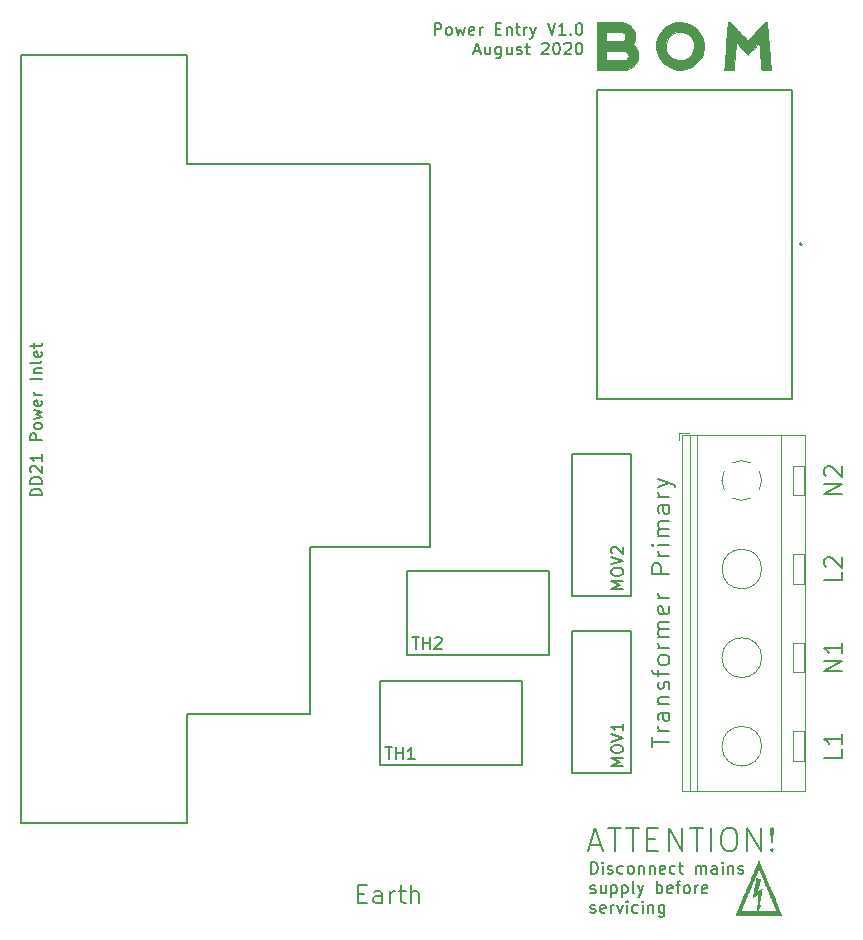
<source format=gbr>
%TF.GenerationSoftware,KiCad,Pcbnew,(5.1.6-0-10_14)*%
%TF.CreationDate,2020-08-27T08:06:02+01:00*%
%TF.ProjectId,IEC Power Entry,49454320-506f-4776-9572-20456e747279,1.0a*%
%TF.SameCoordinates,Original*%
%TF.FileFunction,Legend,Top*%
%TF.FilePolarity,Positive*%
%FSLAX46Y46*%
G04 Gerber Fmt 4.6, Leading zero omitted, Abs format (unit mm)*
G04 Created by KiCad (PCBNEW (5.1.6-0-10_14)) date 2020-08-27 08:06:02*
%MOMM*%
%LPD*%
G01*
G04 APERTURE LIST*
%ADD10C,0.150000*%
%ADD11C,0.010000*%
%ADD12C,0.120000*%
%ADD13C,0.127000*%
%ADD14C,0.200000*%
G04 APERTURE END LIST*
D10*
X166335595Y-137302380D02*
X166335595Y-136302380D01*
X166573690Y-136302380D01*
X166716547Y-136350000D01*
X166811785Y-136445238D01*
X166859404Y-136540476D01*
X166907023Y-136730952D01*
X166907023Y-136873809D01*
X166859404Y-137064285D01*
X166811785Y-137159523D01*
X166716547Y-137254761D01*
X166573690Y-137302380D01*
X166335595Y-137302380D01*
X167335595Y-137302380D02*
X167335595Y-136635714D01*
X167335595Y-136302380D02*
X167287976Y-136350000D01*
X167335595Y-136397619D01*
X167383214Y-136350000D01*
X167335595Y-136302380D01*
X167335595Y-136397619D01*
X167764166Y-137254761D02*
X167859404Y-137302380D01*
X168049880Y-137302380D01*
X168145119Y-137254761D01*
X168192738Y-137159523D01*
X168192738Y-137111904D01*
X168145119Y-137016666D01*
X168049880Y-136969047D01*
X167907023Y-136969047D01*
X167811785Y-136921428D01*
X167764166Y-136826190D01*
X167764166Y-136778571D01*
X167811785Y-136683333D01*
X167907023Y-136635714D01*
X168049880Y-136635714D01*
X168145119Y-136683333D01*
X169049880Y-137254761D02*
X168954642Y-137302380D01*
X168764166Y-137302380D01*
X168668928Y-137254761D01*
X168621309Y-137207142D01*
X168573690Y-137111904D01*
X168573690Y-136826190D01*
X168621309Y-136730952D01*
X168668928Y-136683333D01*
X168764166Y-136635714D01*
X168954642Y-136635714D01*
X169049880Y-136683333D01*
X169621309Y-137302380D02*
X169526071Y-137254761D01*
X169478452Y-137207142D01*
X169430833Y-137111904D01*
X169430833Y-136826190D01*
X169478452Y-136730952D01*
X169526071Y-136683333D01*
X169621309Y-136635714D01*
X169764166Y-136635714D01*
X169859404Y-136683333D01*
X169907023Y-136730952D01*
X169954642Y-136826190D01*
X169954642Y-137111904D01*
X169907023Y-137207142D01*
X169859404Y-137254761D01*
X169764166Y-137302380D01*
X169621309Y-137302380D01*
X170383214Y-136635714D02*
X170383214Y-137302380D01*
X170383214Y-136730952D02*
X170430833Y-136683333D01*
X170526071Y-136635714D01*
X170668928Y-136635714D01*
X170764166Y-136683333D01*
X170811785Y-136778571D01*
X170811785Y-137302380D01*
X171287976Y-136635714D02*
X171287976Y-137302380D01*
X171287976Y-136730952D02*
X171335595Y-136683333D01*
X171430833Y-136635714D01*
X171573690Y-136635714D01*
X171668928Y-136683333D01*
X171716547Y-136778571D01*
X171716547Y-137302380D01*
X172573690Y-137254761D02*
X172478452Y-137302380D01*
X172287976Y-137302380D01*
X172192738Y-137254761D01*
X172145119Y-137159523D01*
X172145119Y-136778571D01*
X172192738Y-136683333D01*
X172287976Y-136635714D01*
X172478452Y-136635714D01*
X172573690Y-136683333D01*
X172621309Y-136778571D01*
X172621309Y-136873809D01*
X172145119Y-136969047D01*
X173478452Y-137254761D02*
X173383214Y-137302380D01*
X173192738Y-137302380D01*
X173097500Y-137254761D01*
X173049880Y-137207142D01*
X173002261Y-137111904D01*
X173002261Y-136826190D01*
X173049880Y-136730952D01*
X173097500Y-136683333D01*
X173192738Y-136635714D01*
X173383214Y-136635714D01*
X173478452Y-136683333D01*
X173764166Y-136635714D02*
X174145119Y-136635714D01*
X173907023Y-136302380D02*
X173907023Y-137159523D01*
X173954642Y-137254761D01*
X174049880Y-137302380D01*
X174145119Y-137302380D01*
X175240357Y-137302380D02*
X175240357Y-136635714D01*
X175240357Y-136730952D02*
X175287976Y-136683333D01*
X175383214Y-136635714D01*
X175526071Y-136635714D01*
X175621309Y-136683333D01*
X175668928Y-136778571D01*
X175668928Y-137302380D01*
X175668928Y-136778571D02*
X175716547Y-136683333D01*
X175811785Y-136635714D01*
X175954642Y-136635714D01*
X176049880Y-136683333D01*
X176097500Y-136778571D01*
X176097500Y-137302380D01*
X177002261Y-137302380D02*
X177002261Y-136778571D01*
X176954642Y-136683333D01*
X176859404Y-136635714D01*
X176668928Y-136635714D01*
X176573690Y-136683333D01*
X177002261Y-137254761D02*
X176907023Y-137302380D01*
X176668928Y-137302380D01*
X176573690Y-137254761D01*
X176526071Y-137159523D01*
X176526071Y-137064285D01*
X176573690Y-136969047D01*
X176668928Y-136921428D01*
X176907023Y-136921428D01*
X177002261Y-136873809D01*
X177478452Y-137302380D02*
X177478452Y-136635714D01*
X177478452Y-136302380D02*
X177430833Y-136350000D01*
X177478452Y-136397619D01*
X177526071Y-136350000D01*
X177478452Y-136302380D01*
X177478452Y-136397619D01*
X177954642Y-136635714D02*
X177954642Y-137302380D01*
X177954642Y-136730952D02*
X178002261Y-136683333D01*
X178097500Y-136635714D01*
X178240357Y-136635714D01*
X178335595Y-136683333D01*
X178383214Y-136778571D01*
X178383214Y-137302380D01*
X178811785Y-137254761D02*
X178907023Y-137302380D01*
X179097500Y-137302380D01*
X179192738Y-137254761D01*
X179240357Y-137159523D01*
X179240357Y-137111904D01*
X179192738Y-137016666D01*
X179097500Y-136969047D01*
X178954642Y-136969047D01*
X178859404Y-136921428D01*
X178811785Y-136826190D01*
X178811785Y-136778571D01*
X178859404Y-136683333D01*
X178954642Y-136635714D01*
X179097500Y-136635714D01*
X179192738Y-136683333D01*
X166287976Y-138904761D02*
X166383214Y-138952380D01*
X166573690Y-138952380D01*
X166668928Y-138904761D01*
X166716547Y-138809523D01*
X166716547Y-138761904D01*
X166668928Y-138666666D01*
X166573690Y-138619047D01*
X166430833Y-138619047D01*
X166335595Y-138571428D01*
X166287976Y-138476190D01*
X166287976Y-138428571D01*
X166335595Y-138333333D01*
X166430833Y-138285714D01*
X166573690Y-138285714D01*
X166668928Y-138333333D01*
X167573690Y-138285714D02*
X167573690Y-138952380D01*
X167145119Y-138285714D02*
X167145119Y-138809523D01*
X167192738Y-138904761D01*
X167287976Y-138952380D01*
X167430833Y-138952380D01*
X167526071Y-138904761D01*
X167573690Y-138857142D01*
X168049880Y-138285714D02*
X168049880Y-139285714D01*
X168049880Y-138333333D02*
X168145119Y-138285714D01*
X168335595Y-138285714D01*
X168430833Y-138333333D01*
X168478452Y-138380952D01*
X168526071Y-138476190D01*
X168526071Y-138761904D01*
X168478452Y-138857142D01*
X168430833Y-138904761D01*
X168335595Y-138952380D01*
X168145119Y-138952380D01*
X168049880Y-138904761D01*
X168954642Y-138285714D02*
X168954642Y-139285714D01*
X168954642Y-138333333D02*
X169049880Y-138285714D01*
X169240357Y-138285714D01*
X169335595Y-138333333D01*
X169383214Y-138380952D01*
X169430833Y-138476190D01*
X169430833Y-138761904D01*
X169383214Y-138857142D01*
X169335595Y-138904761D01*
X169240357Y-138952380D01*
X169049880Y-138952380D01*
X168954642Y-138904761D01*
X170002261Y-138952380D02*
X169907023Y-138904761D01*
X169859404Y-138809523D01*
X169859404Y-137952380D01*
X170287976Y-138285714D02*
X170526071Y-138952380D01*
X170764166Y-138285714D02*
X170526071Y-138952380D01*
X170430833Y-139190476D01*
X170383214Y-139238095D01*
X170287976Y-139285714D01*
X171907023Y-138952380D02*
X171907023Y-137952380D01*
X171907023Y-138333333D02*
X172002261Y-138285714D01*
X172192738Y-138285714D01*
X172287976Y-138333333D01*
X172335595Y-138380952D01*
X172383214Y-138476190D01*
X172383214Y-138761904D01*
X172335595Y-138857142D01*
X172287976Y-138904761D01*
X172192738Y-138952380D01*
X172002261Y-138952380D01*
X171907023Y-138904761D01*
X173192738Y-138904761D02*
X173097500Y-138952380D01*
X172907023Y-138952380D01*
X172811785Y-138904761D01*
X172764166Y-138809523D01*
X172764166Y-138428571D01*
X172811785Y-138333333D01*
X172907023Y-138285714D01*
X173097500Y-138285714D01*
X173192738Y-138333333D01*
X173240357Y-138428571D01*
X173240357Y-138523809D01*
X172764166Y-138619047D01*
X173526071Y-138285714D02*
X173907023Y-138285714D01*
X173668928Y-138952380D02*
X173668928Y-138095238D01*
X173716547Y-138000000D01*
X173811785Y-137952380D01*
X173907023Y-137952380D01*
X174383214Y-138952380D02*
X174287976Y-138904761D01*
X174240357Y-138857142D01*
X174192738Y-138761904D01*
X174192738Y-138476190D01*
X174240357Y-138380952D01*
X174287976Y-138333333D01*
X174383214Y-138285714D01*
X174526071Y-138285714D01*
X174621309Y-138333333D01*
X174668928Y-138380952D01*
X174716547Y-138476190D01*
X174716547Y-138761904D01*
X174668928Y-138857142D01*
X174621309Y-138904761D01*
X174526071Y-138952380D01*
X174383214Y-138952380D01*
X175145119Y-138952380D02*
X175145119Y-138285714D01*
X175145119Y-138476190D02*
X175192738Y-138380952D01*
X175240357Y-138333333D01*
X175335595Y-138285714D01*
X175430833Y-138285714D01*
X176145119Y-138904761D02*
X176049880Y-138952380D01*
X175859404Y-138952380D01*
X175764166Y-138904761D01*
X175716547Y-138809523D01*
X175716547Y-138428571D01*
X175764166Y-138333333D01*
X175859404Y-138285714D01*
X176049880Y-138285714D01*
X176145119Y-138333333D01*
X176192738Y-138428571D01*
X176192738Y-138523809D01*
X175716547Y-138619047D01*
X166287976Y-140554761D02*
X166383214Y-140602380D01*
X166573690Y-140602380D01*
X166668928Y-140554761D01*
X166716547Y-140459523D01*
X166716547Y-140411904D01*
X166668928Y-140316666D01*
X166573690Y-140269047D01*
X166430833Y-140269047D01*
X166335595Y-140221428D01*
X166287976Y-140126190D01*
X166287976Y-140078571D01*
X166335595Y-139983333D01*
X166430833Y-139935714D01*
X166573690Y-139935714D01*
X166668928Y-139983333D01*
X167526071Y-140554761D02*
X167430833Y-140602380D01*
X167240357Y-140602380D01*
X167145119Y-140554761D01*
X167097500Y-140459523D01*
X167097500Y-140078571D01*
X167145119Y-139983333D01*
X167240357Y-139935714D01*
X167430833Y-139935714D01*
X167526071Y-139983333D01*
X167573690Y-140078571D01*
X167573690Y-140173809D01*
X167097500Y-140269047D01*
X168002261Y-140602380D02*
X168002261Y-139935714D01*
X168002261Y-140126190D02*
X168049880Y-140030952D01*
X168097500Y-139983333D01*
X168192738Y-139935714D01*
X168287976Y-139935714D01*
X168526071Y-139935714D02*
X168764166Y-140602380D01*
X169002261Y-139935714D01*
X169383214Y-140602380D02*
X169383214Y-139935714D01*
X169383214Y-139602380D02*
X169335595Y-139650000D01*
X169383214Y-139697619D01*
X169430833Y-139650000D01*
X169383214Y-139602380D01*
X169383214Y-139697619D01*
X170287976Y-140554761D02*
X170192738Y-140602380D01*
X170002261Y-140602380D01*
X169907023Y-140554761D01*
X169859404Y-140507142D01*
X169811785Y-140411904D01*
X169811785Y-140126190D01*
X169859404Y-140030952D01*
X169907023Y-139983333D01*
X170002261Y-139935714D01*
X170192738Y-139935714D01*
X170287976Y-139983333D01*
X170716547Y-140602380D02*
X170716547Y-139935714D01*
X170716547Y-139602380D02*
X170668928Y-139650000D01*
X170716547Y-139697619D01*
X170764166Y-139650000D01*
X170716547Y-139602380D01*
X170716547Y-139697619D01*
X171192738Y-139935714D02*
X171192738Y-140602380D01*
X171192738Y-140030952D02*
X171240357Y-139983333D01*
X171335595Y-139935714D01*
X171478452Y-139935714D01*
X171573690Y-139983333D01*
X171621309Y-140078571D01*
X171621309Y-140602380D01*
X172526071Y-139935714D02*
X172526071Y-140745238D01*
X172478452Y-140840476D01*
X172430833Y-140888095D01*
X172335595Y-140935714D01*
X172192738Y-140935714D01*
X172097500Y-140888095D01*
X172526071Y-140554761D02*
X172430833Y-140602380D01*
X172240357Y-140602380D01*
X172145119Y-140554761D01*
X172097500Y-140507142D01*
X172049880Y-140411904D01*
X172049880Y-140126190D01*
X172097500Y-140030952D01*
X172145119Y-139983333D01*
X172240357Y-139935714D01*
X172430833Y-139935714D01*
X172526071Y-139983333D01*
X166238095Y-134833333D02*
X167190476Y-134833333D01*
X166047619Y-135404761D02*
X166714285Y-133404761D01*
X167380952Y-135404761D01*
X167761904Y-133404761D02*
X168904761Y-133404761D01*
X168333333Y-135404761D02*
X168333333Y-133404761D01*
X169285714Y-133404761D02*
X170428571Y-133404761D01*
X169857142Y-135404761D02*
X169857142Y-133404761D01*
X171095238Y-134357142D02*
X171761904Y-134357142D01*
X172047619Y-135404761D02*
X171095238Y-135404761D01*
X171095238Y-133404761D01*
X172047619Y-133404761D01*
X172904761Y-135404761D02*
X172904761Y-133404761D01*
X174047619Y-135404761D01*
X174047619Y-133404761D01*
X174714285Y-133404761D02*
X175857142Y-133404761D01*
X175285714Y-135404761D02*
X175285714Y-133404761D01*
X176523809Y-135404761D02*
X176523809Y-133404761D01*
X177857142Y-133404761D02*
X178238095Y-133404761D01*
X178428571Y-133500000D01*
X178619047Y-133690476D01*
X178714285Y-134071428D01*
X178714285Y-134738095D01*
X178619047Y-135119047D01*
X178428571Y-135309523D01*
X178238095Y-135404761D01*
X177857142Y-135404761D01*
X177666666Y-135309523D01*
X177476190Y-135119047D01*
X177380952Y-134738095D01*
X177380952Y-134071428D01*
X177476190Y-133690476D01*
X177666666Y-133500000D01*
X177857142Y-133404761D01*
X179571428Y-135404761D02*
X179571428Y-133404761D01*
X180714285Y-135404761D01*
X180714285Y-133404761D01*
X181666666Y-135214285D02*
X181761904Y-135309523D01*
X181666666Y-135404761D01*
X181571428Y-135309523D01*
X181666666Y-135214285D01*
X181666666Y-135404761D01*
X181666666Y-134642857D02*
X181571428Y-133500000D01*
X181666666Y-133404761D01*
X181761904Y-133500000D01*
X181666666Y-134642857D01*
X181666666Y-133404761D01*
X146628571Y-138992857D02*
X147128571Y-138992857D01*
X147342857Y-139778571D02*
X146628571Y-139778571D01*
X146628571Y-138278571D01*
X147342857Y-138278571D01*
X148628571Y-139778571D02*
X148628571Y-138992857D01*
X148557142Y-138850000D01*
X148414285Y-138778571D01*
X148128571Y-138778571D01*
X147985714Y-138850000D01*
X148628571Y-139707142D02*
X148485714Y-139778571D01*
X148128571Y-139778571D01*
X147985714Y-139707142D01*
X147914285Y-139564285D01*
X147914285Y-139421428D01*
X147985714Y-139278571D01*
X148128571Y-139207142D01*
X148485714Y-139207142D01*
X148628571Y-139135714D01*
X149342857Y-139778571D02*
X149342857Y-138778571D01*
X149342857Y-139064285D02*
X149414285Y-138921428D01*
X149485714Y-138850000D01*
X149628571Y-138778571D01*
X149771428Y-138778571D01*
X150057142Y-138778571D02*
X150628571Y-138778571D01*
X150271428Y-138278571D02*
X150271428Y-139564285D01*
X150342857Y-139707142D01*
X150485714Y-139778571D01*
X150628571Y-139778571D01*
X151128571Y-139778571D02*
X151128571Y-138278571D01*
X151771428Y-139778571D02*
X151771428Y-138992857D01*
X151700000Y-138850000D01*
X151557142Y-138778571D01*
X151342857Y-138778571D01*
X151200000Y-138850000D01*
X151128571Y-138921428D01*
X153088214Y-66277380D02*
X153088214Y-65277380D01*
X153469166Y-65277380D01*
X153564404Y-65325000D01*
X153612023Y-65372619D01*
X153659642Y-65467857D01*
X153659642Y-65610714D01*
X153612023Y-65705952D01*
X153564404Y-65753571D01*
X153469166Y-65801190D01*
X153088214Y-65801190D01*
X154231071Y-66277380D02*
X154135833Y-66229761D01*
X154088214Y-66182142D01*
X154040595Y-66086904D01*
X154040595Y-65801190D01*
X154088214Y-65705952D01*
X154135833Y-65658333D01*
X154231071Y-65610714D01*
X154373928Y-65610714D01*
X154469166Y-65658333D01*
X154516785Y-65705952D01*
X154564404Y-65801190D01*
X154564404Y-66086904D01*
X154516785Y-66182142D01*
X154469166Y-66229761D01*
X154373928Y-66277380D01*
X154231071Y-66277380D01*
X154897738Y-65610714D02*
X155088214Y-66277380D01*
X155278690Y-65801190D01*
X155469166Y-66277380D01*
X155659642Y-65610714D01*
X156421547Y-66229761D02*
X156326309Y-66277380D01*
X156135833Y-66277380D01*
X156040595Y-66229761D01*
X155992976Y-66134523D01*
X155992976Y-65753571D01*
X156040595Y-65658333D01*
X156135833Y-65610714D01*
X156326309Y-65610714D01*
X156421547Y-65658333D01*
X156469166Y-65753571D01*
X156469166Y-65848809D01*
X155992976Y-65944047D01*
X156897738Y-66277380D02*
X156897738Y-65610714D01*
X156897738Y-65801190D02*
X156945357Y-65705952D01*
X156992976Y-65658333D01*
X157088214Y-65610714D01*
X157183452Y-65610714D01*
X158278690Y-65753571D02*
X158612023Y-65753571D01*
X158754880Y-66277380D02*
X158278690Y-66277380D01*
X158278690Y-65277380D01*
X158754880Y-65277380D01*
X159183452Y-65610714D02*
X159183452Y-66277380D01*
X159183452Y-65705952D02*
X159231071Y-65658333D01*
X159326309Y-65610714D01*
X159469166Y-65610714D01*
X159564404Y-65658333D01*
X159612023Y-65753571D01*
X159612023Y-66277380D01*
X159945357Y-65610714D02*
X160326309Y-65610714D01*
X160088214Y-65277380D02*
X160088214Y-66134523D01*
X160135833Y-66229761D01*
X160231071Y-66277380D01*
X160326309Y-66277380D01*
X160659642Y-66277380D02*
X160659642Y-65610714D01*
X160659642Y-65801190D02*
X160707261Y-65705952D01*
X160754880Y-65658333D01*
X160850119Y-65610714D01*
X160945357Y-65610714D01*
X161183452Y-65610714D02*
X161421547Y-66277380D01*
X161659642Y-65610714D02*
X161421547Y-66277380D01*
X161326309Y-66515476D01*
X161278690Y-66563095D01*
X161183452Y-66610714D01*
X162659642Y-65277380D02*
X162992976Y-66277380D01*
X163326309Y-65277380D01*
X164183452Y-66277380D02*
X163612023Y-66277380D01*
X163897738Y-66277380D02*
X163897738Y-65277380D01*
X163802500Y-65420238D01*
X163707261Y-65515476D01*
X163612023Y-65563095D01*
X164612023Y-66182142D02*
X164659642Y-66229761D01*
X164612023Y-66277380D01*
X164564404Y-66229761D01*
X164612023Y-66182142D01*
X164612023Y-66277380D01*
X165278690Y-65277380D02*
X165373928Y-65277380D01*
X165469166Y-65325000D01*
X165516785Y-65372619D01*
X165564404Y-65467857D01*
X165612023Y-65658333D01*
X165612023Y-65896428D01*
X165564404Y-66086904D01*
X165516785Y-66182142D01*
X165469166Y-66229761D01*
X165373928Y-66277380D01*
X165278690Y-66277380D01*
X165183452Y-66229761D01*
X165135833Y-66182142D01*
X165088214Y-66086904D01*
X165040595Y-65896428D01*
X165040595Y-65658333D01*
X165088214Y-65467857D01*
X165135833Y-65372619D01*
X165183452Y-65325000D01*
X165278690Y-65277380D01*
X156469166Y-67641666D02*
X156945357Y-67641666D01*
X156373928Y-67927380D02*
X156707261Y-66927380D01*
X157040595Y-67927380D01*
X157802500Y-67260714D02*
X157802500Y-67927380D01*
X157373928Y-67260714D02*
X157373928Y-67784523D01*
X157421547Y-67879761D01*
X157516785Y-67927380D01*
X157659642Y-67927380D01*
X157754880Y-67879761D01*
X157802500Y-67832142D01*
X158707261Y-67260714D02*
X158707261Y-68070238D01*
X158659642Y-68165476D01*
X158612023Y-68213095D01*
X158516785Y-68260714D01*
X158373928Y-68260714D01*
X158278690Y-68213095D01*
X158707261Y-67879761D02*
X158612023Y-67927380D01*
X158421547Y-67927380D01*
X158326309Y-67879761D01*
X158278690Y-67832142D01*
X158231071Y-67736904D01*
X158231071Y-67451190D01*
X158278690Y-67355952D01*
X158326309Y-67308333D01*
X158421547Y-67260714D01*
X158612023Y-67260714D01*
X158707261Y-67308333D01*
X159612023Y-67260714D02*
X159612023Y-67927380D01*
X159183452Y-67260714D02*
X159183452Y-67784523D01*
X159231071Y-67879761D01*
X159326309Y-67927380D01*
X159469166Y-67927380D01*
X159564404Y-67879761D01*
X159612023Y-67832142D01*
X160040595Y-67879761D02*
X160135833Y-67927380D01*
X160326309Y-67927380D01*
X160421547Y-67879761D01*
X160469166Y-67784523D01*
X160469166Y-67736904D01*
X160421547Y-67641666D01*
X160326309Y-67594047D01*
X160183452Y-67594047D01*
X160088214Y-67546428D01*
X160040595Y-67451190D01*
X160040595Y-67403571D01*
X160088214Y-67308333D01*
X160183452Y-67260714D01*
X160326309Y-67260714D01*
X160421547Y-67308333D01*
X160754880Y-67260714D02*
X161135833Y-67260714D01*
X160897738Y-66927380D02*
X160897738Y-67784523D01*
X160945357Y-67879761D01*
X161040595Y-67927380D01*
X161135833Y-67927380D01*
X162183452Y-67022619D02*
X162231071Y-66975000D01*
X162326309Y-66927380D01*
X162564404Y-66927380D01*
X162659642Y-66975000D01*
X162707261Y-67022619D01*
X162754880Y-67117857D01*
X162754880Y-67213095D01*
X162707261Y-67355952D01*
X162135833Y-67927380D01*
X162754880Y-67927380D01*
X163373928Y-66927380D02*
X163469166Y-66927380D01*
X163564404Y-66975000D01*
X163612023Y-67022619D01*
X163659642Y-67117857D01*
X163707261Y-67308333D01*
X163707261Y-67546428D01*
X163659642Y-67736904D01*
X163612023Y-67832142D01*
X163564404Y-67879761D01*
X163469166Y-67927380D01*
X163373928Y-67927380D01*
X163278690Y-67879761D01*
X163231071Y-67832142D01*
X163183452Y-67736904D01*
X163135833Y-67546428D01*
X163135833Y-67308333D01*
X163183452Y-67117857D01*
X163231071Y-67022619D01*
X163278690Y-66975000D01*
X163373928Y-66927380D01*
X164088214Y-67022619D02*
X164135833Y-66975000D01*
X164231071Y-66927380D01*
X164469166Y-66927380D01*
X164564404Y-66975000D01*
X164612023Y-67022619D01*
X164659642Y-67117857D01*
X164659642Y-67213095D01*
X164612023Y-67355952D01*
X164040595Y-67927380D01*
X164659642Y-67927380D01*
X165278690Y-66927380D02*
X165373928Y-66927380D01*
X165469166Y-66975000D01*
X165516785Y-67022619D01*
X165564404Y-67117857D01*
X165612023Y-67308333D01*
X165612023Y-67546428D01*
X165564404Y-67736904D01*
X165516785Y-67832142D01*
X165469166Y-67879761D01*
X165373928Y-67927380D01*
X165278690Y-67927380D01*
X165183452Y-67879761D01*
X165135833Y-67832142D01*
X165088214Y-67736904D01*
X165040595Y-67546428D01*
X165040595Y-67308333D01*
X165088214Y-67117857D01*
X165135833Y-67022619D01*
X165183452Y-66975000D01*
X165278690Y-66927380D01*
X119852380Y-105257142D02*
X118852380Y-105257142D01*
X118852380Y-105019047D01*
X118900000Y-104876190D01*
X118995238Y-104780952D01*
X119090476Y-104733333D01*
X119280952Y-104685714D01*
X119423809Y-104685714D01*
X119614285Y-104733333D01*
X119709523Y-104780952D01*
X119804761Y-104876190D01*
X119852380Y-105019047D01*
X119852380Y-105257142D01*
X119852380Y-104257142D02*
X118852380Y-104257142D01*
X118852380Y-104019047D01*
X118900000Y-103876190D01*
X118995238Y-103780952D01*
X119090476Y-103733333D01*
X119280952Y-103685714D01*
X119423809Y-103685714D01*
X119614285Y-103733333D01*
X119709523Y-103780952D01*
X119804761Y-103876190D01*
X119852380Y-104019047D01*
X119852380Y-104257142D01*
X118947619Y-103304761D02*
X118900000Y-103257142D01*
X118852380Y-103161904D01*
X118852380Y-102923809D01*
X118900000Y-102828571D01*
X118947619Y-102780952D01*
X119042857Y-102733333D01*
X119138095Y-102733333D01*
X119280952Y-102780952D01*
X119852380Y-103352380D01*
X119852380Y-102733333D01*
X119852380Y-101780952D02*
X119852380Y-102352380D01*
X119852380Y-102066666D02*
X118852380Y-102066666D01*
X118995238Y-102161904D01*
X119090476Y-102257142D01*
X119138095Y-102352380D01*
X119852380Y-100590476D02*
X118852380Y-100590476D01*
X118852380Y-100209523D01*
X118900000Y-100114285D01*
X118947619Y-100066666D01*
X119042857Y-100019047D01*
X119185714Y-100019047D01*
X119280952Y-100066666D01*
X119328571Y-100114285D01*
X119376190Y-100209523D01*
X119376190Y-100590476D01*
X119852380Y-99447619D02*
X119804761Y-99542857D01*
X119757142Y-99590476D01*
X119661904Y-99638095D01*
X119376190Y-99638095D01*
X119280952Y-99590476D01*
X119233333Y-99542857D01*
X119185714Y-99447619D01*
X119185714Y-99304761D01*
X119233333Y-99209523D01*
X119280952Y-99161904D01*
X119376190Y-99114285D01*
X119661904Y-99114285D01*
X119757142Y-99161904D01*
X119804761Y-99209523D01*
X119852380Y-99304761D01*
X119852380Y-99447619D01*
X119185714Y-98780952D02*
X119852380Y-98590476D01*
X119376190Y-98400000D01*
X119852380Y-98209523D01*
X119185714Y-98019047D01*
X119804761Y-97257142D02*
X119852380Y-97352380D01*
X119852380Y-97542857D01*
X119804761Y-97638095D01*
X119709523Y-97685714D01*
X119328571Y-97685714D01*
X119233333Y-97638095D01*
X119185714Y-97542857D01*
X119185714Y-97352380D01*
X119233333Y-97257142D01*
X119328571Y-97209523D01*
X119423809Y-97209523D01*
X119519047Y-97685714D01*
X119852380Y-96780952D02*
X119185714Y-96780952D01*
X119376190Y-96780952D02*
X119280952Y-96733333D01*
X119233333Y-96685714D01*
X119185714Y-96590476D01*
X119185714Y-96495238D01*
X119852380Y-95400000D02*
X118852380Y-95400000D01*
X119185714Y-94923809D02*
X119852380Y-94923809D01*
X119280952Y-94923809D02*
X119233333Y-94876190D01*
X119185714Y-94780952D01*
X119185714Y-94638095D01*
X119233333Y-94542857D01*
X119328571Y-94495238D01*
X119852380Y-94495238D01*
X119852380Y-93876190D02*
X119804761Y-93971428D01*
X119709523Y-94019047D01*
X118852380Y-94019047D01*
X119804761Y-93114285D02*
X119852380Y-93209523D01*
X119852380Y-93400000D01*
X119804761Y-93495238D01*
X119709523Y-93542857D01*
X119328571Y-93542857D01*
X119233333Y-93495238D01*
X119185714Y-93400000D01*
X119185714Y-93209523D01*
X119233333Y-93114285D01*
X119328571Y-93066666D01*
X119423809Y-93066666D01*
X119519047Y-93542857D01*
X119185714Y-92780952D02*
X119185714Y-92400000D01*
X118852380Y-92638095D02*
X119709523Y-92638095D01*
X119804761Y-92590476D01*
X119852380Y-92495238D01*
X119852380Y-92400000D01*
D11*
%TO.C,G\u002A\u002A\u002A*%
G36*
X180368200Y-137691567D02*
G01*
X180394048Y-137695773D01*
X180426234Y-137701617D01*
X180462746Y-137708681D01*
X180501573Y-137716546D01*
X180540702Y-137724791D01*
X180578121Y-137732999D01*
X180611818Y-137740750D01*
X180639780Y-137747624D01*
X180659995Y-137753203D01*
X180670450Y-137757068D01*
X180671450Y-137758045D01*
X180669036Y-137766786D01*
X180662086Y-137789722D01*
X180651038Y-137825469D01*
X180636329Y-137872642D01*
X180618398Y-137929857D01*
X180597683Y-137995728D01*
X180574621Y-138068871D01*
X180549650Y-138147901D01*
X180523208Y-138231433D01*
X180495733Y-138318082D01*
X180467663Y-138406463D01*
X180439435Y-138495193D01*
X180411487Y-138582885D01*
X180384258Y-138668155D01*
X180358185Y-138749618D01*
X180340684Y-138804172D01*
X180329076Y-138841274D01*
X180319910Y-138872424D01*
X180314055Y-138894532D01*
X180312378Y-138904507D01*
X180312459Y-138904701D01*
X180318410Y-138901489D01*
X180334220Y-138890739D01*
X180358716Y-138873306D01*
X180390728Y-138850044D01*
X180429082Y-138821808D01*
X180472607Y-138789452D01*
X180520131Y-138753830D01*
X180541671Y-138737595D01*
X180590532Y-138700803D01*
X180635859Y-138666855D01*
X180676486Y-138636610D01*
X180711247Y-138610928D01*
X180738977Y-138590668D01*
X180758508Y-138576692D01*
X180768675Y-138569859D01*
X180769880Y-138569333D01*
X180768823Y-138577806D01*
X180765213Y-138601588D01*
X180759247Y-138639458D01*
X180751124Y-138690196D01*
X180741042Y-138752579D01*
X180729200Y-138825386D01*
X180715796Y-138907396D01*
X180701028Y-138997388D01*
X180685095Y-139094141D01*
X180668196Y-139196432D01*
X180658084Y-139257491D01*
X180640672Y-139362659D01*
X180624074Y-139463162D01*
X180608492Y-139557760D01*
X180594129Y-139645210D01*
X180581186Y-139724274D01*
X180569868Y-139793708D01*
X180560375Y-139852273D01*
X180552911Y-139898727D01*
X180547678Y-139931830D01*
X180544879Y-139950340D01*
X180544450Y-139953874D01*
X180548547Y-139959866D01*
X180561868Y-139963356D01*
X180585953Y-139964693D01*
X180592604Y-139964733D01*
X180615155Y-139965524D01*
X180631451Y-139967621D01*
X180638585Y-139970606D01*
X180638641Y-139971326D01*
X180633695Y-139984230D01*
X180623563Y-140008787D01*
X180609163Y-140042891D01*
X180591413Y-140084433D01*
X180571231Y-140131308D01*
X180549535Y-140181409D01*
X180527243Y-140232628D01*
X180505273Y-140282860D01*
X180484544Y-140329996D01*
X180465973Y-140371931D01*
X180450478Y-140406558D01*
X180438979Y-140431769D01*
X180432391Y-140445459D01*
X180431219Y-140447325D01*
X180429081Y-140439318D01*
X180424983Y-140416605D01*
X180419228Y-140381143D01*
X180412121Y-140334889D01*
X180403963Y-140279800D01*
X180395058Y-140217831D01*
X180389263Y-140176580D01*
X180380249Y-140111149D01*
X180372180Y-140051181D01*
X180365309Y-139998666D01*
X180359888Y-139955592D01*
X180356170Y-139923947D01*
X180354407Y-139905722D01*
X180354406Y-139902036D01*
X180361475Y-139902063D01*
X180377773Y-139905478D01*
X180400202Y-139911593D01*
X180407925Y-139913933D01*
X180431472Y-139920894D01*
X180449677Y-139925640D01*
X180459517Y-139927404D01*
X180460402Y-139927219D01*
X180461223Y-139918654D01*
X180462953Y-139895071D01*
X180465475Y-139858332D01*
X180468673Y-139810296D01*
X180472431Y-139752825D01*
X180476630Y-139687778D01*
X180481154Y-139617017D01*
X180485887Y-139542402D01*
X180490711Y-139465794D01*
X180495510Y-139389052D01*
X180500167Y-139314039D01*
X180504566Y-139242614D01*
X180508588Y-139176638D01*
X180512118Y-139117971D01*
X180515039Y-139068474D01*
X180517234Y-139030008D01*
X180518585Y-139004433D01*
X180518985Y-138994146D01*
X180518147Y-138990135D01*
X180514912Y-138988291D01*
X180508248Y-138989122D01*
X180497122Y-138993137D01*
X180480505Y-139000842D01*
X180457363Y-139012747D01*
X180426666Y-139029360D01*
X180387382Y-139051188D01*
X180338479Y-139078740D01*
X180280617Y-139111563D01*
X180229006Y-139140746D01*
X180181076Y-139167561D01*
X180138073Y-139191334D01*
X180101240Y-139211389D01*
X180071820Y-139227052D01*
X180051057Y-139237649D01*
X180040195Y-139242504D01*
X180038887Y-139242672D01*
X180040043Y-139234148D01*
X180044185Y-139210635D01*
X180051043Y-139173510D01*
X180060347Y-139124153D01*
X180071826Y-139063940D01*
X180085209Y-138994250D01*
X180100228Y-138916460D01*
X180116611Y-138831950D01*
X180134087Y-138742095D01*
X180152387Y-138648276D01*
X180171240Y-138551868D01*
X180190376Y-138454251D01*
X180209524Y-138356803D01*
X180228414Y-138260901D01*
X180246776Y-138167923D01*
X180264340Y-138079248D01*
X180280834Y-137996253D01*
X180295989Y-137920316D01*
X180309534Y-137852815D01*
X180321200Y-137795128D01*
X180330714Y-137748634D01*
X180337808Y-137714709D01*
X180342211Y-137694733D01*
X180343571Y-137689748D01*
X180350704Y-137689419D01*
X180368200Y-137691567D01*
G37*
X180368200Y-137691567D02*
X180394048Y-137695773D01*
X180426234Y-137701617D01*
X180462746Y-137708681D01*
X180501573Y-137716546D01*
X180540702Y-137724791D01*
X180578121Y-137732999D01*
X180611818Y-137740750D01*
X180639780Y-137747624D01*
X180659995Y-137753203D01*
X180670450Y-137757068D01*
X180671450Y-137758045D01*
X180669036Y-137766786D01*
X180662086Y-137789722D01*
X180651038Y-137825469D01*
X180636329Y-137872642D01*
X180618398Y-137929857D01*
X180597683Y-137995728D01*
X180574621Y-138068871D01*
X180549650Y-138147901D01*
X180523208Y-138231433D01*
X180495733Y-138318082D01*
X180467663Y-138406463D01*
X180439435Y-138495193D01*
X180411487Y-138582885D01*
X180384258Y-138668155D01*
X180358185Y-138749618D01*
X180340684Y-138804172D01*
X180329076Y-138841274D01*
X180319910Y-138872424D01*
X180314055Y-138894532D01*
X180312378Y-138904507D01*
X180312459Y-138904701D01*
X180318410Y-138901489D01*
X180334220Y-138890739D01*
X180358716Y-138873306D01*
X180390728Y-138850044D01*
X180429082Y-138821808D01*
X180472607Y-138789452D01*
X180520131Y-138753830D01*
X180541671Y-138737595D01*
X180590532Y-138700803D01*
X180635859Y-138666855D01*
X180676486Y-138636610D01*
X180711247Y-138610928D01*
X180738977Y-138590668D01*
X180758508Y-138576692D01*
X180768675Y-138569859D01*
X180769880Y-138569333D01*
X180768823Y-138577806D01*
X180765213Y-138601588D01*
X180759247Y-138639458D01*
X180751124Y-138690196D01*
X180741042Y-138752579D01*
X180729200Y-138825386D01*
X180715796Y-138907396D01*
X180701028Y-138997388D01*
X180685095Y-139094141D01*
X180668196Y-139196432D01*
X180658084Y-139257491D01*
X180640672Y-139362659D01*
X180624074Y-139463162D01*
X180608492Y-139557760D01*
X180594129Y-139645210D01*
X180581186Y-139724274D01*
X180569868Y-139793708D01*
X180560375Y-139852273D01*
X180552911Y-139898727D01*
X180547678Y-139931830D01*
X180544879Y-139950340D01*
X180544450Y-139953874D01*
X180548547Y-139959866D01*
X180561868Y-139963356D01*
X180585953Y-139964693D01*
X180592604Y-139964733D01*
X180615155Y-139965524D01*
X180631451Y-139967621D01*
X180638585Y-139970606D01*
X180638641Y-139971326D01*
X180633695Y-139984230D01*
X180623563Y-140008787D01*
X180609163Y-140042891D01*
X180591413Y-140084433D01*
X180571231Y-140131308D01*
X180549535Y-140181409D01*
X180527243Y-140232628D01*
X180505273Y-140282860D01*
X180484544Y-140329996D01*
X180465973Y-140371931D01*
X180450478Y-140406558D01*
X180438979Y-140431769D01*
X180432391Y-140445459D01*
X180431219Y-140447325D01*
X180429081Y-140439318D01*
X180424983Y-140416605D01*
X180419228Y-140381143D01*
X180412121Y-140334889D01*
X180403963Y-140279800D01*
X180395058Y-140217831D01*
X180389263Y-140176580D01*
X180380249Y-140111149D01*
X180372180Y-140051181D01*
X180365309Y-139998666D01*
X180359888Y-139955592D01*
X180356170Y-139923947D01*
X180354407Y-139905722D01*
X180354406Y-139902036D01*
X180361475Y-139902063D01*
X180377773Y-139905478D01*
X180400202Y-139911593D01*
X180407925Y-139913933D01*
X180431472Y-139920894D01*
X180449677Y-139925640D01*
X180459517Y-139927404D01*
X180460402Y-139927219D01*
X180461223Y-139918654D01*
X180462953Y-139895071D01*
X180465475Y-139858332D01*
X180468673Y-139810296D01*
X180472431Y-139752825D01*
X180476630Y-139687778D01*
X180481154Y-139617017D01*
X180485887Y-139542402D01*
X180490711Y-139465794D01*
X180495510Y-139389052D01*
X180500167Y-139314039D01*
X180504566Y-139242614D01*
X180508588Y-139176638D01*
X180512118Y-139117971D01*
X180515039Y-139068474D01*
X180517234Y-139030008D01*
X180518585Y-139004433D01*
X180518985Y-138994146D01*
X180518147Y-138990135D01*
X180514912Y-138988291D01*
X180508248Y-138989122D01*
X180497122Y-138993137D01*
X180480505Y-139000842D01*
X180457363Y-139012747D01*
X180426666Y-139029360D01*
X180387382Y-139051188D01*
X180338479Y-139078740D01*
X180280617Y-139111563D01*
X180229006Y-139140746D01*
X180181076Y-139167561D01*
X180138073Y-139191334D01*
X180101240Y-139211389D01*
X180071820Y-139227052D01*
X180051057Y-139237649D01*
X180040195Y-139242504D01*
X180038887Y-139242672D01*
X180040043Y-139234148D01*
X180044185Y-139210635D01*
X180051043Y-139173510D01*
X180060347Y-139124153D01*
X180071826Y-139063940D01*
X180085209Y-138994250D01*
X180100228Y-138916460D01*
X180116611Y-138831950D01*
X180134087Y-138742095D01*
X180152387Y-138648276D01*
X180171240Y-138551868D01*
X180190376Y-138454251D01*
X180209524Y-138356803D01*
X180228414Y-138260901D01*
X180246776Y-138167923D01*
X180264340Y-138079248D01*
X180280834Y-137996253D01*
X180295989Y-137920316D01*
X180309534Y-137852815D01*
X180321200Y-137795128D01*
X180330714Y-137748634D01*
X180337808Y-137714709D01*
X180342211Y-137694733D01*
X180343571Y-137689748D01*
X180350704Y-137689419D01*
X180368200Y-137691567D01*
G36*
X180517484Y-136213345D02*
G01*
X180517968Y-136213806D01*
X180518461Y-136214000D01*
X180522266Y-136221220D01*
X180531661Y-136242069D01*
X180546129Y-136275327D01*
X180565156Y-136319774D01*
X180588224Y-136374192D01*
X180614819Y-136437359D01*
X180644423Y-136508058D01*
X180676522Y-136585069D01*
X180710598Y-136667172D01*
X180727154Y-136707183D01*
X180766173Y-136801566D01*
X180806640Y-136899458D01*
X180847592Y-136998524D01*
X180888064Y-137096432D01*
X180927092Y-137190849D01*
X180963711Y-137279440D01*
X180996957Y-137359874D01*
X181025866Y-137429816D01*
X181046509Y-137479766D01*
X181076585Y-137552526D01*
X181111245Y-137636359D01*
X181148940Y-137727513D01*
X181188118Y-137822237D01*
X181227226Y-137916779D01*
X181264713Y-138007387D01*
X181298637Y-138089366D01*
X181328461Y-138161437D01*
X181357585Y-138231834D01*
X181385177Y-138298545D01*
X181410407Y-138359561D01*
X181432444Y-138412871D01*
X181450457Y-138456466D01*
X181463614Y-138488336D01*
X181468422Y-138500000D01*
X181478551Y-138524560D01*
X181493995Y-138561955D01*
X181513929Y-138610195D01*
X181537531Y-138667290D01*
X181563978Y-138731250D01*
X181592447Y-138800083D01*
X181622115Y-138871800D01*
X181639934Y-138914866D01*
X181722698Y-139114891D01*
X181799524Y-139300591D01*
X181870618Y-139472464D01*
X181936184Y-139631008D01*
X181996426Y-139776718D01*
X182051549Y-139910094D01*
X182101757Y-140031630D01*
X182147256Y-140141826D01*
X182188249Y-140241177D01*
X182224942Y-140330182D01*
X182257538Y-140409337D01*
X182286243Y-140479140D01*
X182311261Y-140540088D01*
X182332796Y-140592677D01*
X182351053Y-140637406D01*
X182366237Y-140674771D01*
X182378552Y-140705269D01*
X182388202Y-140729398D01*
X182395393Y-140747656D01*
X182400329Y-140760538D01*
X182403215Y-140768542D01*
X182404254Y-140772166D01*
X182404230Y-140772482D01*
X182397746Y-140772759D01*
X182379168Y-140773047D01*
X182349104Y-140773344D01*
X182308159Y-140773649D01*
X182256940Y-140773962D01*
X182196053Y-140774280D01*
X182126106Y-140774604D01*
X182047704Y-140774930D01*
X181961454Y-140775259D01*
X181867962Y-140775589D01*
X181767836Y-140775919D01*
X181661681Y-140776248D01*
X181550105Y-140776574D01*
X181433713Y-140776897D01*
X181313112Y-140777215D01*
X181188908Y-140777526D01*
X181061709Y-140777831D01*
X180932120Y-140778127D01*
X180800749Y-140778413D01*
X180668201Y-140778689D01*
X180535083Y-140778953D01*
X180402002Y-140779203D01*
X180269564Y-140779439D01*
X180138375Y-140779659D01*
X180009043Y-140779863D01*
X179882173Y-140780048D01*
X179758373Y-140780215D01*
X179638248Y-140780361D01*
X179522405Y-140780485D01*
X179411451Y-140780587D01*
X179305992Y-140780665D01*
X179206635Y-140780717D01*
X179113986Y-140780744D01*
X179028651Y-140780742D01*
X178951238Y-140780712D01*
X178882353Y-140780652D01*
X178822602Y-140780561D01*
X178772591Y-140780438D01*
X178732928Y-140780281D01*
X178704218Y-140780089D01*
X178687069Y-140779861D01*
X178684876Y-140779805D01*
X178649040Y-140778534D01*
X178624126Y-140777024D01*
X178608360Y-140774944D01*
X178599964Y-140771960D01*
X178597161Y-140767741D01*
X178597683Y-140763487D01*
X178598372Y-140761309D01*
X178599576Y-140757951D01*
X178601548Y-140752814D01*
X178604537Y-140745303D01*
X178608795Y-140734820D01*
X178614573Y-140720768D01*
X178622121Y-140702550D01*
X178631690Y-140679569D01*
X178643531Y-140651229D01*
X178657896Y-140616931D01*
X178675034Y-140576079D01*
X178695197Y-140528076D01*
X178718635Y-140472326D01*
X178722407Y-140463358D01*
X178973637Y-140463358D01*
X178980104Y-140463749D01*
X178998625Y-140464190D01*
X179028551Y-140464677D01*
X179069235Y-140465207D01*
X179120031Y-140465774D01*
X179180291Y-140466375D01*
X179249367Y-140467006D01*
X179326613Y-140467662D01*
X179411382Y-140468340D01*
X179503026Y-140469036D01*
X179600898Y-140469744D01*
X179704352Y-140470462D01*
X179812739Y-140471185D01*
X179925412Y-140471908D01*
X180041725Y-140472629D01*
X180161031Y-140473342D01*
X180282681Y-140474044D01*
X180406029Y-140474730D01*
X180530428Y-140475397D01*
X180655231Y-140476040D01*
X180779790Y-140476655D01*
X180903458Y-140477238D01*
X181025588Y-140477785D01*
X181145533Y-140478291D01*
X181262646Y-140478754D01*
X181376279Y-140479168D01*
X181485785Y-140479529D01*
X181546841Y-140479712D01*
X181640493Y-140479957D01*
X181722230Y-140480105D01*
X181792838Y-140480137D01*
X181853102Y-140480037D01*
X181903808Y-140479788D01*
X181945740Y-140479370D01*
X181979685Y-140478768D01*
X182006428Y-140477963D01*
X182026753Y-140476938D01*
X182041447Y-140475675D01*
X182051294Y-140474156D01*
X182057081Y-140472365D01*
X182059592Y-140470283D01*
X182059729Y-140468241D01*
X182055976Y-140458537D01*
X182046591Y-140435511D01*
X182032172Y-140400595D01*
X182013317Y-140355225D01*
X181990623Y-140300834D01*
X181964688Y-140238856D01*
X181936108Y-140170724D01*
X181905483Y-140097873D01*
X181894770Y-140072424D01*
X181869709Y-140012897D01*
X181839078Y-139940109D01*
X181803513Y-139855576D01*
X181763651Y-139760810D01*
X181720128Y-139657325D01*
X181673581Y-139546634D01*
X181624646Y-139430251D01*
X181573959Y-139309691D01*
X181522158Y-139186466D01*
X181469878Y-139062089D01*
X181417756Y-138938075D01*
X181366429Y-138815938D01*
X181363527Y-138809033D01*
X181311909Y-138686202D01*
X181259223Y-138560836D01*
X181206129Y-138434508D01*
X181153289Y-138308792D01*
X181101364Y-138185260D01*
X181051014Y-138065486D01*
X181002902Y-137951041D01*
X180957689Y-137843500D01*
X180916036Y-137744434D01*
X180878603Y-137655418D01*
X180846053Y-137578024D01*
X180819047Y-137513824D01*
X180818966Y-137513633D01*
X180784236Y-137431076D01*
X180749491Y-137348462D01*
X180715577Y-137267806D01*
X180683341Y-137191120D01*
X180653628Y-137120418D01*
X180627285Y-137057713D01*
X180605157Y-137005019D01*
X180588092Y-136964349D01*
X180583322Y-136952969D01*
X180564410Y-136908276D01*
X180547483Y-136869099D01*
X180533538Y-136837681D01*
X180523575Y-136816266D01*
X180518592Y-136807099D01*
X180518335Y-136806919D01*
X180514300Y-136813922D01*
X180504965Y-136833766D01*
X180491197Y-136864491D01*
X180473863Y-136904137D01*
X180453833Y-136950742D01*
X180435046Y-136995049D01*
X180421163Y-137027970D01*
X180401565Y-137074420D01*
X180376770Y-137133172D01*
X180347293Y-137203002D01*
X180313654Y-137282685D01*
X180276369Y-137370994D01*
X180235955Y-137466704D01*
X180192931Y-137568591D01*
X180147813Y-137675428D01*
X180101119Y-137785990D01*
X180053366Y-137899052D01*
X180005072Y-138013388D01*
X180001589Y-138021633D01*
X179949578Y-138144766D01*
X179895549Y-138272680D01*
X179840287Y-138403517D01*
X179784575Y-138535419D01*
X179729200Y-138666527D01*
X179674946Y-138794985D01*
X179622597Y-138918933D01*
X179572938Y-139036514D01*
X179526755Y-139145869D01*
X179484831Y-139245140D01*
X179447953Y-139332470D01*
X179431232Y-139372066D01*
X179390773Y-139467876D01*
X179348846Y-139567153D01*
X179306407Y-139667635D01*
X179264411Y-139767061D01*
X179223813Y-139863168D01*
X179185570Y-139953695D01*
X179150636Y-140036379D01*
X179119968Y-140108959D01*
X179094520Y-140169174D01*
X179093255Y-140172166D01*
X179066437Y-140235814D01*
X179041770Y-140294750D01*
X179019912Y-140347372D01*
X179001519Y-140392078D01*
X178987251Y-140427268D01*
X178977765Y-140451340D01*
X178973719Y-140462691D01*
X178973637Y-140463358D01*
X178722407Y-140463358D01*
X178745600Y-140408230D01*
X178776342Y-140335192D01*
X178811112Y-140252614D01*
X178850162Y-140159901D01*
X178893741Y-140056455D01*
X178942101Y-139941678D01*
X178995492Y-139814974D01*
X179054166Y-139675746D01*
X179118374Y-139523397D01*
X179188365Y-139357329D01*
X179244602Y-139223900D01*
X179299026Y-139094771D01*
X179358712Y-138953153D01*
X179422703Y-138801317D01*
X179490040Y-138641536D01*
X179559767Y-138476083D01*
X179630925Y-138307232D01*
X179702557Y-138137255D01*
X179773704Y-137968424D01*
X179843409Y-137803013D01*
X179910714Y-137643294D01*
X179974661Y-137491540D01*
X180034293Y-137350024D01*
X180034921Y-137348533D01*
X180098758Y-137197032D01*
X180156663Y-137059608D01*
X180208927Y-136935577D01*
X180255841Y-136824254D01*
X180297699Y-136724955D01*
X180334790Y-136636997D01*
X180367407Y-136559696D01*
X180395841Y-136492367D01*
X180420383Y-136434326D01*
X180441326Y-136384890D01*
X180458960Y-136343374D01*
X180473578Y-136309094D01*
X180485470Y-136281366D01*
X180494929Y-136259507D01*
X180502245Y-136242832D01*
X180507711Y-136230657D01*
X180511618Y-136222298D01*
X180514257Y-136217072D01*
X180515920Y-136214293D01*
X180516898Y-136213279D01*
X180517484Y-136213345D01*
G37*
X180517484Y-136213345D02*
X180517968Y-136213806D01*
X180518461Y-136214000D01*
X180522266Y-136221220D01*
X180531661Y-136242069D01*
X180546129Y-136275327D01*
X180565156Y-136319774D01*
X180588224Y-136374192D01*
X180614819Y-136437359D01*
X180644423Y-136508058D01*
X180676522Y-136585069D01*
X180710598Y-136667172D01*
X180727154Y-136707183D01*
X180766173Y-136801566D01*
X180806640Y-136899458D01*
X180847592Y-136998524D01*
X180888064Y-137096432D01*
X180927092Y-137190849D01*
X180963711Y-137279440D01*
X180996957Y-137359874D01*
X181025866Y-137429816D01*
X181046509Y-137479766D01*
X181076585Y-137552526D01*
X181111245Y-137636359D01*
X181148940Y-137727513D01*
X181188118Y-137822237D01*
X181227226Y-137916779D01*
X181264713Y-138007387D01*
X181298637Y-138089366D01*
X181328461Y-138161437D01*
X181357585Y-138231834D01*
X181385177Y-138298545D01*
X181410407Y-138359561D01*
X181432444Y-138412871D01*
X181450457Y-138456466D01*
X181463614Y-138488336D01*
X181468422Y-138500000D01*
X181478551Y-138524560D01*
X181493995Y-138561955D01*
X181513929Y-138610195D01*
X181537531Y-138667290D01*
X181563978Y-138731250D01*
X181592447Y-138800083D01*
X181622115Y-138871800D01*
X181639934Y-138914866D01*
X181722698Y-139114891D01*
X181799524Y-139300591D01*
X181870618Y-139472464D01*
X181936184Y-139631008D01*
X181996426Y-139776718D01*
X182051549Y-139910094D01*
X182101757Y-140031630D01*
X182147256Y-140141826D01*
X182188249Y-140241177D01*
X182224942Y-140330182D01*
X182257538Y-140409337D01*
X182286243Y-140479140D01*
X182311261Y-140540088D01*
X182332796Y-140592677D01*
X182351053Y-140637406D01*
X182366237Y-140674771D01*
X182378552Y-140705269D01*
X182388202Y-140729398D01*
X182395393Y-140747656D01*
X182400329Y-140760538D01*
X182403215Y-140768542D01*
X182404254Y-140772166D01*
X182404230Y-140772482D01*
X182397746Y-140772759D01*
X182379168Y-140773047D01*
X182349104Y-140773344D01*
X182308159Y-140773649D01*
X182256940Y-140773962D01*
X182196053Y-140774280D01*
X182126106Y-140774604D01*
X182047704Y-140774930D01*
X181961454Y-140775259D01*
X181867962Y-140775589D01*
X181767836Y-140775919D01*
X181661681Y-140776248D01*
X181550105Y-140776574D01*
X181433713Y-140776897D01*
X181313112Y-140777215D01*
X181188908Y-140777526D01*
X181061709Y-140777831D01*
X180932120Y-140778127D01*
X180800749Y-140778413D01*
X180668201Y-140778689D01*
X180535083Y-140778953D01*
X180402002Y-140779203D01*
X180269564Y-140779439D01*
X180138375Y-140779659D01*
X180009043Y-140779863D01*
X179882173Y-140780048D01*
X179758373Y-140780215D01*
X179638248Y-140780361D01*
X179522405Y-140780485D01*
X179411451Y-140780587D01*
X179305992Y-140780665D01*
X179206635Y-140780717D01*
X179113986Y-140780744D01*
X179028651Y-140780742D01*
X178951238Y-140780712D01*
X178882353Y-140780652D01*
X178822602Y-140780561D01*
X178772591Y-140780438D01*
X178732928Y-140780281D01*
X178704218Y-140780089D01*
X178687069Y-140779861D01*
X178684876Y-140779805D01*
X178649040Y-140778534D01*
X178624126Y-140777024D01*
X178608360Y-140774944D01*
X178599964Y-140771960D01*
X178597161Y-140767741D01*
X178597683Y-140763487D01*
X178598372Y-140761309D01*
X178599576Y-140757951D01*
X178601548Y-140752814D01*
X178604537Y-140745303D01*
X178608795Y-140734820D01*
X178614573Y-140720768D01*
X178622121Y-140702550D01*
X178631690Y-140679569D01*
X178643531Y-140651229D01*
X178657896Y-140616931D01*
X178675034Y-140576079D01*
X178695197Y-140528076D01*
X178718635Y-140472326D01*
X178722407Y-140463358D01*
X178973637Y-140463358D01*
X178980104Y-140463749D01*
X178998625Y-140464190D01*
X179028551Y-140464677D01*
X179069235Y-140465207D01*
X179120031Y-140465774D01*
X179180291Y-140466375D01*
X179249367Y-140467006D01*
X179326613Y-140467662D01*
X179411382Y-140468340D01*
X179503026Y-140469036D01*
X179600898Y-140469744D01*
X179704352Y-140470462D01*
X179812739Y-140471185D01*
X179925412Y-140471908D01*
X180041725Y-140472629D01*
X180161031Y-140473342D01*
X180282681Y-140474044D01*
X180406029Y-140474730D01*
X180530428Y-140475397D01*
X180655231Y-140476040D01*
X180779790Y-140476655D01*
X180903458Y-140477238D01*
X181025588Y-140477785D01*
X181145533Y-140478291D01*
X181262646Y-140478754D01*
X181376279Y-140479168D01*
X181485785Y-140479529D01*
X181546841Y-140479712D01*
X181640493Y-140479957D01*
X181722230Y-140480105D01*
X181792838Y-140480137D01*
X181853102Y-140480037D01*
X181903808Y-140479788D01*
X181945740Y-140479370D01*
X181979685Y-140478768D01*
X182006428Y-140477963D01*
X182026753Y-140476938D01*
X182041447Y-140475675D01*
X182051294Y-140474156D01*
X182057081Y-140472365D01*
X182059592Y-140470283D01*
X182059729Y-140468241D01*
X182055976Y-140458537D01*
X182046591Y-140435511D01*
X182032172Y-140400595D01*
X182013317Y-140355225D01*
X181990623Y-140300834D01*
X181964688Y-140238856D01*
X181936108Y-140170724D01*
X181905483Y-140097873D01*
X181894770Y-140072424D01*
X181869709Y-140012897D01*
X181839078Y-139940109D01*
X181803513Y-139855576D01*
X181763651Y-139760810D01*
X181720128Y-139657325D01*
X181673581Y-139546634D01*
X181624646Y-139430251D01*
X181573959Y-139309691D01*
X181522158Y-139186466D01*
X181469878Y-139062089D01*
X181417756Y-138938075D01*
X181366429Y-138815938D01*
X181363527Y-138809033D01*
X181311909Y-138686202D01*
X181259223Y-138560836D01*
X181206129Y-138434508D01*
X181153289Y-138308792D01*
X181101364Y-138185260D01*
X181051014Y-138065486D01*
X181002902Y-137951041D01*
X180957689Y-137843500D01*
X180916036Y-137744434D01*
X180878603Y-137655418D01*
X180846053Y-137578024D01*
X180819047Y-137513824D01*
X180818966Y-137513633D01*
X180784236Y-137431076D01*
X180749491Y-137348462D01*
X180715577Y-137267806D01*
X180683341Y-137191120D01*
X180653628Y-137120418D01*
X180627285Y-137057713D01*
X180605157Y-137005019D01*
X180588092Y-136964349D01*
X180583322Y-136952969D01*
X180564410Y-136908276D01*
X180547483Y-136869099D01*
X180533538Y-136837681D01*
X180523575Y-136816266D01*
X180518592Y-136807099D01*
X180518335Y-136806919D01*
X180514300Y-136813922D01*
X180504965Y-136833766D01*
X180491197Y-136864491D01*
X180473863Y-136904137D01*
X180453833Y-136950742D01*
X180435046Y-136995049D01*
X180421163Y-137027970D01*
X180401565Y-137074420D01*
X180376770Y-137133172D01*
X180347293Y-137203002D01*
X180313654Y-137282685D01*
X180276369Y-137370994D01*
X180235955Y-137466704D01*
X180192931Y-137568591D01*
X180147813Y-137675428D01*
X180101119Y-137785990D01*
X180053366Y-137899052D01*
X180005072Y-138013388D01*
X180001589Y-138021633D01*
X179949578Y-138144766D01*
X179895549Y-138272680D01*
X179840287Y-138403517D01*
X179784575Y-138535419D01*
X179729200Y-138666527D01*
X179674946Y-138794985D01*
X179622597Y-138918933D01*
X179572938Y-139036514D01*
X179526755Y-139145869D01*
X179484831Y-139245140D01*
X179447953Y-139332470D01*
X179431232Y-139372066D01*
X179390773Y-139467876D01*
X179348846Y-139567153D01*
X179306407Y-139667635D01*
X179264411Y-139767061D01*
X179223813Y-139863168D01*
X179185570Y-139953695D01*
X179150636Y-140036379D01*
X179119968Y-140108959D01*
X179094520Y-140169174D01*
X179093255Y-140172166D01*
X179066437Y-140235814D01*
X179041770Y-140294750D01*
X179019912Y-140347372D01*
X179001519Y-140392078D01*
X178987251Y-140427268D01*
X178977765Y-140451340D01*
X178973719Y-140462691D01*
X178973637Y-140463358D01*
X178722407Y-140463358D01*
X178745600Y-140408230D01*
X178776342Y-140335192D01*
X178811112Y-140252614D01*
X178850162Y-140159901D01*
X178893741Y-140056455D01*
X178942101Y-139941678D01*
X178995492Y-139814974D01*
X179054166Y-139675746D01*
X179118374Y-139523397D01*
X179188365Y-139357329D01*
X179244602Y-139223900D01*
X179299026Y-139094771D01*
X179358712Y-138953153D01*
X179422703Y-138801317D01*
X179490040Y-138641536D01*
X179559767Y-138476083D01*
X179630925Y-138307232D01*
X179702557Y-138137255D01*
X179773704Y-137968424D01*
X179843409Y-137803013D01*
X179910714Y-137643294D01*
X179974661Y-137491540D01*
X180034293Y-137350024D01*
X180034921Y-137348533D01*
X180098758Y-137197032D01*
X180156663Y-137059608D01*
X180208927Y-136935577D01*
X180255841Y-136824254D01*
X180297699Y-136724955D01*
X180334790Y-136636997D01*
X180367407Y-136559696D01*
X180395841Y-136492367D01*
X180420383Y-136434326D01*
X180441326Y-136384890D01*
X180458960Y-136343374D01*
X180473578Y-136309094D01*
X180485470Y-136281366D01*
X180494929Y-136259507D01*
X180502245Y-136242832D01*
X180507711Y-136230657D01*
X180511618Y-136222298D01*
X180514257Y-136217072D01*
X180515920Y-136214293D01*
X180516898Y-136213279D01*
X180517484Y-136213345D01*
D12*
%TO.C,J1*%
X180780000Y-111500000D02*
G75*
G03*
X180780000Y-111500000I-1680000J0D01*
G01*
X180780000Y-119000000D02*
G75*
G03*
X180780000Y-119000000I-1680000J0D01*
G01*
X180780000Y-126500000D02*
G75*
G03*
X180780000Y-126500000I-1680000J0D01*
G01*
X174700000Y-100190000D02*
X174700000Y-130310000D01*
X175300000Y-100190000D02*
X175300000Y-130310000D01*
X182401000Y-100190000D02*
X182401000Y-130310000D01*
X184460000Y-100190000D02*
X184460000Y-130310000D01*
X174040000Y-100190000D02*
X174040000Y-130310000D01*
X184460000Y-100190000D02*
X174040000Y-100190000D01*
X184460000Y-130310000D02*
X174040000Y-130310000D01*
X184401000Y-102750000D02*
X184401000Y-105250000D01*
X183401000Y-102750000D02*
X183401000Y-105250000D01*
X184401000Y-102750000D02*
X183401000Y-102750000D01*
X184401000Y-105250000D02*
X183401000Y-105250000D01*
X184401000Y-110250000D02*
X184401000Y-112750000D01*
X183401000Y-110250000D02*
X183401000Y-112750000D01*
X184401000Y-110250000D02*
X183401000Y-110250000D01*
X184401000Y-112750000D02*
X183401000Y-112750000D01*
X184401000Y-117750000D02*
X184401000Y-120250000D01*
X183401000Y-117750000D02*
X183401000Y-120250000D01*
X184401000Y-117750000D02*
X183401000Y-117750000D01*
X184401000Y-120250000D02*
X183401000Y-120250000D01*
X184401000Y-125250000D02*
X184401000Y-127750000D01*
X183401000Y-125250000D02*
X183401000Y-127750000D01*
X184401000Y-125250000D02*
X183401000Y-125250000D01*
X184401000Y-127750000D02*
X183401000Y-127750000D01*
X174640000Y-99950000D02*
X173800000Y-99950000D01*
X173800000Y-99950000D02*
X173800000Y-100550000D01*
X177419550Y-104029383D02*
G75*
G02*
X177616000Y-103211000I1680450J29383D01*
G01*
X178310912Y-102516047D02*
G75*
G02*
X179889000Y-102516000I789088J-1483953D01*
G01*
X180583953Y-103210912D02*
G75*
G02*
X180584000Y-104789000I-1483953J-789088D01*
G01*
X179889088Y-105483953D02*
G75*
G02*
X178311000Y-105484000I-789088J1483953D01*
G01*
X177616648Y-104788712D02*
G75*
G02*
X177420000Y-104000000I1483352J788712D01*
G01*
D13*
%TO.C,P3*%
X118100000Y-68000000D02*
X118100000Y-133000000D01*
X142500000Y-123800000D02*
X142500000Y-109600000D01*
X142500000Y-109600000D02*
X152700000Y-109600000D01*
X152700000Y-109600000D02*
X152700000Y-77200000D01*
X118100000Y-68000000D02*
X132100000Y-68000000D01*
X132100000Y-68000000D02*
X132100000Y-77200000D01*
X132100000Y-77200000D02*
X152700000Y-77200000D01*
X118100000Y-133000000D02*
X132100000Y-133000000D01*
X132100000Y-133000000D02*
X132100000Y-123800000D01*
X132100000Y-123800000D02*
X142500000Y-123800000D01*
%TO.C,S1*%
X183350000Y-97095000D02*
X166850000Y-97095000D01*
X166850000Y-97095000D02*
X166850000Y-70905000D01*
X166850000Y-70905000D02*
X183350000Y-70905000D01*
X183350000Y-70905000D02*
X183350000Y-97095000D01*
D14*
X184200000Y-84000000D02*
G75*
G03*
X184200000Y-84000000I-100000J0D01*
G01*
D10*
%TO.C,TH1*%
X160450000Y-121000000D02*
X148450000Y-121000000D01*
X160450000Y-128100000D02*
X148450000Y-128100000D01*
X148450000Y-128100000D02*
X148450000Y-121000000D01*
X160450000Y-128100000D02*
X160450000Y-121000000D01*
%TO.C,MOV2*%
X164700000Y-113750000D02*
X169700000Y-113750000D01*
X164700000Y-101750000D02*
X169700000Y-101750000D01*
X164700000Y-113750000D02*
X164700000Y-101750000D01*
X169700000Y-113750000D02*
X169700000Y-101750000D01*
%TO.C,TH2*%
X150750000Y-118800000D02*
X162750000Y-118800000D01*
X150750000Y-111700000D02*
X162750000Y-111700000D01*
X162750000Y-111700000D02*
X162750000Y-118800000D01*
X150750000Y-111700000D02*
X150750000Y-118800000D01*
%TO.C,MOV1*%
X164700000Y-128750000D02*
X169700000Y-128750000D01*
X164700000Y-116750000D02*
X169700000Y-116750000D01*
X164700000Y-128750000D02*
X164700000Y-116750000D01*
X169700000Y-128750000D02*
X169700000Y-116750000D01*
D11*
%TO.C,G\u002A\u002A\u002A*%
G36*
X178041097Y-65201110D02*
G01*
X178073828Y-65203929D01*
X178107840Y-65214691D01*
X178148115Y-65238091D01*
X178199633Y-65278822D01*
X178267375Y-65341577D01*
X178356324Y-65431050D01*
X178471460Y-65551933D01*
X178617764Y-65708921D01*
X178800218Y-65906705D01*
X178866689Y-65978985D01*
X179037729Y-66164449D01*
X179195198Y-66334044D01*
X179333950Y-66482319D01*
X179448839Y-66603823D01*
X179534722Y-66693103D01*
X179586452Y-66744708D01*
X179599533Y-66755500D01*
X179624755Y-66732938D01*
X179687598Y-66668895D01*
X179782924Y-66568833D01*
X179905592Y-66438214D01*
X180050464Y-66282503D01*
X180212399Y-66107159D01*
X180330344Y-65978732D01*
X180524753Y-65766933D01*
X180681485Y-65597463D01*
X180805530Y-65465618D01*
X180901873Y-65366692D01*
X180975503Y-65295983D01*
X181031407Y-65248786D01*
X181074573Y-65220397D01*
X181109988Y-65206111D01*
X181142640Y-65201225D01*
X181155078Y-65200857D01*
X181268031Y-65199750D01*
X181418008Y-67192062D01*
X181444279Y-67541613D01*
X181469054Y-67872385D01*
X181491933Y-68178950D01*
X181512516Y-68455880D01*
X181530400Y-68697746D01*
X181545184Y-68899118D01*
X181556468Y-69054570D01*
X181563850Y-69158670D01*
X181566929Y-69205993D01*
X181566992Y-69208187D01*
X181536862Y-69217240D01*
X181455342Y-69224709D01*
X181334536Y-69229867D01*
X181186549Y-69231983D01*
X181171915Y-69232000D01*
X180777831Y-69232000D01*
X180760351Y-69112937D01*
X180753662Y-69051249D01*
X180743341Y-68935387D01*
X180730119Y-68774527D01*
X180714727Y-68577845D01*
X180697895Y-68354515D01*
X180680353Y-68113716D01*
X180676325Y-68057250D01*
X180658609Y-67814773D01*
X180641162Y-67588606D01*
X180624747Y-67387725D01*
X180610130Y-67221107D01*
X180598074Y-67097731D01*
X180589345Y-67026572D01*
X180587826Y-67018244D01*
X180565875Y-66915863D01*
X180092032Y-67430994D01*
X179953380Y-67581097D01*
X179829078Y-67714463D01*
X179725542Y-67824307D01*
X179649188Y-67903844D01*
X179606431Y-67946290D01*
X179599907Y-67951469D01*
X179574162Y-67930626D01*
X179512195Y-67869285D01*
X179420354Y-67774068D01*
X179304985Y-67651597D01*
X179172431Y-67508495D01*
X179106744Y-67436808D01*
X178968836Y-67286851D01*
X178845620Y-67154879D01*
X178743329Y-67047406D01*
X178668197Y-66970943D01*
X178626459Y-66932002D01*
X178620142Y-66928524D01*
X178614994Y-66961762D01*
X178605538Y-67051142D01*
X178592417Y-67189498D01*
X178576272Y-67369665D01*
X178557748Y-67584478D01*
X178537486Y-67826771D01*
X178517027Y-68078185D01*
X178495987Y-68339879D01*
X178476577Y-68580795D01*
X178459373Y-68793802D01*
X178444954Y-68971767D01*
X178433897Y-69107557D01*
X178426781Y-69194041D01*
X178424191Y-69224062D01*
X178393868Y-69227054D01*
X178312055Y-69229530D01*
X178190765Y-69231254D01*
X178042008Y-69231989D01*
X178021270Y-69232000D01*
X177619790Y-69232000D01*
X177637308Y-69017687D01*
X177642973Y-68946233D01*
X177652949Y-68818006D01*
X177666734Y-68639551D01*
X177683825Y-68417411D01*
X177703720Y-68158130D01*
X177725917Y-67868254D01*
X177749913Y-67554326D01*
X177775205Y-67222890D01*
X177792073Y-67001562D01*
X177929320Y-65199749D01*
X178041097Y-65201110D01*
G37*
X178041097Y-65201110D02*
X178073828Y-65203929D01*
X178107840Y-65214691D01*
X178148115Y-65238091D01*
X178199633Y-65278822D01*
X178267375Y-65341577D01*
X178356324Y-65431050D01*
X178471460Y-65551933D01*
X178617764Y-65708921D01*
X178800218Y-65906705D01*
X178866689Y-65978985D01*
X179037729Y-66164449D01*
X179195198Y-66334044D01*
X179333950Y-66482319D01*
X179448839Y-66603823D01*
X179534722Y-66693103D01*
X179586452Y-66744708D01*
X179599533Y-66755500D01*
X179624755Y-66732938D01*
X179687598Y-66668895D01*
X179782924Y-66568833D01*
X179905592Y-66438214D01*
X180050464Y-66282503D01*
X180212399Y-66107159D01*
X180330344Y-65978732D01*
X180524753Y-65766933D01*
X180681485Y-65597463D01*
X180805530Y-65465618D01*
X180901873Y-65366692D01*
X180975503Y-65295983D01*
X181031407Y-65248786D01*
X181074573Y-65220397D01*
X181109988Y-65206111D01*
X181142640Y-65201225D01*
X181155078Y-65200857D01*
X181268031Y-65199750D01*
X181418008Y-67192062D01*
X181444279Y-67541613D01*
X181469054Y-67872385D01*
X181491933Y-68178950D01*
X181512516Y-68455880D01*
X181530400Y-68697746D01*
X181545184Y-68899118D01*
X181556468Y-69054570D01*
X181563850Y-69158670D01*
X181566929Y-69205993D01*
X181566992Y-69208187D01*
X181536862Y-69217240D01*
X181455342Y-69224709D01*
X181334536Y-69229867D01*
X181186549Y-69231983D01*
X181171915Y-69232000D01*
X180777831Y-69232000D01*
X180760351Y-69112937D01*
X180753662Y-69051249D01*
X180743341Y-68935387D01*
X180730119Y-68774527D01*
X180714727Y-68577845D01*
X180697895Y-68354515D01*
X180680353Y-68113716D01*
X180676325Y-68057250D01*
X180658609Y-67814773D01*
X180641162Y-67588606D01*
X180624747Y-67387725D01*
X180610130Y-67221107D01*
X180598074Y-67097731D01*
X180589345Y-67026572D01*
X180587826Y-67018244D01*
X180565875Y-66915863D01*
X180092032Y-67430994D01*
X179953380Y-67581097D01*
X179829078Y-67714463D01*
X179725542Y-67824307D01*
X179649188Y-67903844D01*
X179606431Y-67946290D01*
X179599907Y-67951469D01*
X179574162Y-67930626D01*
X179512195Y-67869285D01*
X179420354Y-67774068D01*
X179304985Y-67651597D01*
X179172431Y-67508495D01*
X179106744Y-67436808D01*
X178968836Y-67286851D01*
X178845620Y-67154879D01*
X178743329Y-67047406D01*
X178668197Y-66970943D01*
X178626459Y-66932002D01*
X178620142Y-66928524D01*
X178614994Y-66961762D01*
X178605538Y-67051142D01*
X178592417Y-67189498D01*
X178576272Y-67369665D01*
X178557748Y-67584478D01*
X178537486Y-67826771D01*
X178517027Y-68078185D01*
X178495987Y-68339879D01*
X178476577Y-68580795D01*
X178459373Y-68793802D01*
X178444954Y-68971767D01*
X178433897Y-69107557D01*
X178426781Y-69194041D01*
X178424191Y-69224062D01*
X178393868Y-69227054D01*
X178312055Y-69229530D01*
X178190765Y-69231254D01*
X178042008Y-69231989D01*
X178021270Y-69232000D01*
X177619790Y-69232000D01*
X177637308Y-69017687D01*
X177642973Y-68946233D01*
X177652949Y-68818006D01*
X177666734Y-68639551D01*
X177683825Y-68417411D01*
X177703720Y-68158130D01*
X177725917Y-67868254D01*
X177749913Y-67554326D01*
X177775205Y-67222890D01*
X177792073Y-67001562D01*
X177929320Y-65199749D01*
X178041097Y-65201110D01*
G36*
X173977750Y-65209236D02*
G01*
X174334791Y-65257498D01*
X174666393Y-65362678D01*
X174968907Y-65522053D01*
X175238684Y-65732896D01*
X175472078Y-65992484D01*
X175665440Y-66298090D01*
X175782562Y-66557330D01*
X175816075Y-66650282D01*
X175839073Y-66734313D01*
X175853498Y-66824957D01*
X175861288Y-66937749D01*
X175864385Y-67088226D01*
X175864799Y-67215875D01*
X175863740Y-67399771D01*
X175859268Y-67535719D01*
X175849444Y-67639255D01*
X175832328Y-67725914D01*
X175805979Y-67811230D01*
X175782562Y-67874419D01*
X175623495Y-68207343D01*
X175418844Y-68501881D01*
X175173362Y-68753389D01*
X174891805Y-68957222D01*
X174578927Y-69108734D01*
X174485750Y-69141345D01*
X174298173Y-69185148D01*
X174073003Y-69212419D01*
X173834211Y-69222177D01*
X173605769Y-69213443D01*
X173411650Y-69185239D01*
X173411575Y-69185222D01*
X173117133Y-69092435D01*
X172844351Y-68950140D01*
X172583628Y-68752775D01*
X172452966Y-68629880D01*
X172264381Y-68423407D01*
X172122270Y-68222452D01*
X172015042Y-68006823D01*
X171931110Y-67756329D01*
X171913447Y-67689965D01*
X171859242Y-67351422D01*
X171860882Y-67275106D01*
X172664919Y-67275106D01*
X172705090Y-67527354D01*
X172800267Y-67769038D01*
X172950684Y-67991328D01*
X173004604Y-68050834D01*
X173219517Y-68230793D01*
X173457915Y-68353222D01*
X173713589Y-68416721D01*
X173980329Y-68419887D01*
X174251926Y-68361322D01*
X174302275Y-68343584D01*
X174540403Y-68223535D01*
X174737153Y-68062103D01*
X174890810Y-67867495D01*
X174999660Y-67647916D01*
X175061989Y-67411571D01*
X175076081Y-67166668D01*
X175040224Y-66921411D01*
X174952702Y-66684006D01*
X174811800Y-66462660D01*
X174717305Y-66357068D01*
X174505996Y-66187721D01*
X174271527Y-66073407D01*
X174022599Y-66014229D01*
X173767913Y-66010291D01*
X173516169Y-66061697D01*
X173276070Y-66168552D01*
X173056315Y-66330959D01*
X173049662Y-66337126D01*
X172872127Y-66543306D01*
X172748670Y-66774251D01*
X172679523Y-67021128D01*
X172664919Y-67275106D01*
X171860882Y-67275106D01*
X171866666Y-67006032D01*
X171935066Y-66659325D01*
X172063791Y-66316831D01*
X172079351Y-66284267D01*
X172193283Y-66097329D01*
X172351206Y-65903069D01*
X172537721Y-65716636D01*
X172737428Y-65553180D01*
X172934926Y-65427851D01*
X172966033Y-65411985D01*
X173267208Y-65290434D01*
X173571637Y-65223083D01*
X173897433Y-65206301D01*
X173977750Y-65209236D01*
G37*
X173977750Y-65209236D02*
X174334791Y-65257498D01*
X174666393Y-65362678D01*
X174968907Y-65522053D01*
X175238684Y-65732896D01*
X175472078Y-65992484D01*
X175665440Y-66298090D01*
X175782562Y-66557330D01*
X175816075Y-66650282D01*
X175839073Y-66734313D01*
X175853498Y-66824957D01*
X175861288Y-66937749D01*
X175864385Y-67088226D01*
X175864799Y-67215875D01*
X175863740Y-67399771D01*
X175859268Y-67535719D01*
X175849444Y-67639255D01*
X175832328Y-67725914D01*
X175805979Y-67811230D01*
X175782562Y-67874419D01*
X175623495Y-68207343D01*
X175418844Y-68501881D01*
X175173362Y-68753389D01*
X174891805Y-68957222D01*
X174578927Y-69108734D01*
X174485750Y-69141345D01*
X174298173Y-69185148D01*
X174073003Y-69212419D01*
X173834211Y-69222177D01*
X173605769Y-69213443D01*
X173411650Y-69185239D01*
X173411575Y-69185222D01*
X173117133Y-69092435D01*
X172844351Y-68950140D01*
X172583628Y-68752775D01*
X172452966Y-68629880D01*
X172264381Y-68423407D01*
X172122270Y-68222452D01*
X172015042Y-68006823D01*
X171931110Y-67756329D01*
X171913447Y-67689965D01*
X171859242Y-67351422D01*
X171860882Y-67275106D01*
X172664919Y-67275106D01*
X172705090Y-67527354D01*
X172800267Y-67769038D01*
X172950684Y-67991328D01*
X173004604Y-68050834D01*
X173219517Y-68230793D01*
X173457915Y-68353222D01*
X173713589Y-68416721D01*
X173980329Y-68419887D01*
X174251926Y-68361322D01*
X174302275Y-68343584D01*
X174540403Y-68223535D01*
X174737153Y-68062103D01*
X174890810Y-67867495D01*
X174999660Y-67647916D01*
X175061989Y-67411571D01*
X175076081Y-67166668D01*
X175040224Y-66921411D01*
X174952702Y-66684006D01*
X174811800Y-66462660D01*
X174717305Y-66357068D01*
X174505996Y-66187721D01*
X174271527Y-66073407D01*
X174022599Y-66014229D01*
X173767913Y-66010291D01*
X173516169Y-66061697D01*
X173276070Y-66168552D01*
X173056315Y-66330959D01*
X173049662Y-66337126D01*
X172872127Y-66543306D01*
X172748670Y-66774251D01*
X172679523Y-67021128D01*
X172664919Y-67275106D01*
X171860882Y-67275106D01*
X171866666Y-67006032D01*
X171935066Y-66659325D01*
X172063791Y-66316831D01*
X172079351Y-66284267D01*
X172193283Y-66097329D01*
X172351206Y-65903069D01*
X172537721Y-65716636D01*
X172737428Y-65553180D01*
X172934926Y-65427851D01*
X172966033Y-65411985D01*
X173267208Y-65290434D01*
X173571637Y-65223083D01*
X173897433Y-65206301D01*
X173977750Y-65209236D01*
G36*
X167937312Y-65200093D02*
G01*
X168266094Y-65200624D01*
X168538548Y-65202784D01*
X168761841Y-65207758D01*
X168943144Y-65216731D01*
X169089626Y-65230890D01*
X169208456Y-65251419D01*
X169306804Y-65279505D01*
X169391838Y-65316332D01*
X169470729Y-65363087D01*
X169550645Y-65420955D01*
X169623749Y-65478968D01*
X169810235Y-65668708D01*
X169946305Y-65890997D01*
X170029889Y-66137213D01*
X170058915Y-66398735D01*
X170031315Y-66666942D01*
X169962858Y-66891089D01*
X169884534Y-67084999D01*
X170027148Y-67237465D01*
X170149606Y-67383680D01*
X170232320Y-67525406D01*
X170281944Y-67680861D01*
X170305132Y-67868264D01*
X170309156Y-68009625D01*
X170308136Y-68161945D01*
X170300836Y-68271658D01*
X170283406Y-68359612D01*
X170251995Y-68446651D01*
X170212373Y-68533500D01*
X170065482Y-68771510D01*
X169872945Y-68965490D01*
X169636327Y-69113873D01*
X169628000Y-69117873D01*
X169421625Y-69216125D01*
X168127812Y-69225084D01*
X166834000Y-69234043D01*
X166834000Y-67612750D01*
X167627750Y-67612750D01*
X167627750Y-68438250D01*
X168414057Y-68438250D01*
X168662097Y-68437827D01*
X168855037Y-68436198D01*
X169001273Y-68432816D01*
X169109202Y-68427138D01*
X169187220Y-68418619D01*
X169243724Y-68406714D01*
X169287111Y-68390879D01*
X169308542Y-68380234D01*
X169411482Y-68296858D01*
X169490753Y-68180738D01*
X169530723Y-68056608D01*
X169532750Y-68025499D01*
X169505816Y-67903394D01*
X169435437Y-67782742D01*
X169337247Y-67688279D01*
X169308542Y-67670765D01*
X169268804Y-67652522D01*
X169220593Y-67638511D01*
X169155511Y-67628186D01*
X169065163Y-67621004D01*
X168941151Y-67616420D01*
X168775080Y-67613889D01*
X168558552Y-67612866D01*
X168414057Y-67612750D01*
X167627750Y-67612750D01*
X166834000Y-67612750D01*
X166834000Y-66521055D01*
X167632321Y-66521055D01*
X167633025Y-66647998D01*
X167636454Y-66738838D01*
X167641532Y-66777371D01*
X167678038Y-66793135D01*
X167766531Y-66805492D01*
X167895590Y-66814460D01*
X168053796Y-66820057D01*
X168229729Y-66822301D01*
X168411967Y-66821210D01*
X168589090Y-66816801D01*
X168749679Y-66809094D01*
X168882312Y-66798106D01*
X168975569Y-66783855D01*
X169004563Y-66775222D01*
X169130350Y-66693559D01*
X169211325Y-66581384D01*
X169248151Y-66451880D01*
X169241490Y-66318232D01*
X169192003Y-66193627D01*
X169100354Y-66091247D01*
X168967204Y-66024279D01*
X168966847Y-66024176D01*
X168889624Y-66012159D01*
X168757831Y-66003661D01*
X168580319Y-65998982D01*
X168365937Y-65998420D01*
X168246875Y-65999790D01*
X167643625Y-66009375D01*
X167634591Y-66372558D01*
X167632321Y-66521055D01*
X166834000Y-66521055D01*
X166834000Y-65199750D01*
X167937312Y-65200093D01*
G37*
X167937312Y-65200093D02*
X168266094Y-65200624D01*
X168538548Y-65202784D01*
X168761841Y-65207758D01*
X168943144Y-65216731D01*
X169089626Y-65230890D01*
X169208456Y-65251419D01*
X169306804Y-65279505D01*
X169391838Y-65316332D01*
X169470729Y-65363087D01*
X169550645Y-65420955D01*
X169623749Y-65478968D01*
X169810235Y-65668708D01*
X169946305Y-65890997D01*
X170029889Y-66137213D01*
X170058915Y-66398735D01*
X170031315Y-66666942D01*
X169962858Y-66891089D01*
X169884534Y-67084999D01*
X170027148Y-67237465D01*
X170149606Y-67383680D01*
X170232320Y-67525406D01*
X170281944Y-67680861D01*
X170305132Y-67868264D01*
X170309156Y-68009625D01*
X170308136Y-68161945D01*
X170300836Y-68271658D01*
X170283406Y-68359612D01*
X170251995Y-68446651D01*
X170212373Y-68533500D01*
X170065482Y-68771510D01*
X169872945Y-68965490D01*
X169636327Y-69113873D01*
X169628000Y-69117873D01*
X169421625Y-69216125D01*
X168127812Y-69225084D01*
X166834000Y-69234043D01*
X166834000Y-67612750D01*
X167627750Y-67612750D01*
X167627750Y-68438250D01*
X168414057Y-68438250D01*
X168662097Y-68437827D01*
X168855037Y-68436198D01*
X169001273Y-68432816D01*
X169109202Y-68427138D01*
X169187220Y-68418619D01*
X169243724Y-68406714D01*
X169287111Y-68390879D01*
X169308542Y-68380234D01*
X169411482Y-68296858D01*
X169490753Y-68180738D01*
X169530723Y-68056608D01*
X169532750Y-68025499D01*
X169505816Y-67903394D01*
X169435437Y-67782742D01*
X169337247Y-67688279D01*
X169308542Y-67670765D01*
X169268804Y-67652522D01*
X169220593Y-67638511D01*
X169155511Y-67628186D01*
X169065163Y-67621004D01*
X168941151Y-67616420D01*
X168775080Y-67613889D01*
X168558552Y-67612866D01*
X168414057Y-67612750D01*
X167627750Y-67612750D01*
X166834000Y-67612750D01*
X166834000Y-66521055D01*
X167632321Y-66521055D01*
X167633025Y-66647998D01*
X167636454Y-66738838D01*
X167641532Y-66777371D01*
X167678038Y-66793135D01*
X167766531Y-66805492D01*
X167895590Y-66814460D01*
X168053796Y-66820057D01*
X168229729Y-66822301D01*
X168411967Y-66821210D01*
X168589090Y-66816801D01*
X168749679Y-66809094D01*
X168882312Y-66798106D01*
X168975569Y-66783855D01*
X169004563Y-66775222D01*
X169130350Y-66693559D01*
X169211325Y-66581384D01*
X169248151Y-66451880D01*
X169241490Y-66318232D01*
X169192003Y-66193627D01*
X169100354Y-66091247D01*
X168967204Y-66024279D01*
X168966847Y-66024176D01*
X168889624Y-66012159D01*
X168757831Y-66003661D01*
X168580319Y-65998982D01*
X168365937Y-65998420D01*
X168246875Y-65999790D01*
X167643625Y-66009375D01*
X167634591Y-66372558D01*
X167632321Y-66521055D01*
X166834000Y-66521055D01*
X166834000Y-65199750D01*
X167937312Y-65200093D01*
%TO.C,J1*%
D10*
X171478571Y-126592857D02*
X171478571Y-125735714D01*
X172978571Y-126164285D02*
X171478571Y-126164285D01*
X172978571Y-125235714D02*
X171978571Y-125235714D01*
X172264285Y-125235714D02*
X172121428Y-125164285D01*
X172050000Y-125092857D01*
X171978571Y-124950000D01*
X171978571Y-124807142D01*
X172978571Y-123664285D02*
X172192857Y-123664285D01*
X172050000Y-123735714D01*
X171978571Y-123878571D01*
X171978571Y-124164285D01*
X172050000Y-124307142D01*
X172907142Y-123664285D02*
X172978571Y-123807142D01*
X172978571Y-124164285D01*
X172907142Y-124307142D01*
X172764285Y-124378571D01*
X172621428Y-124378571D01*
X172478571Y-124307142D01*
X172407142Y-124164285D01*
X172407142Y-123807142D01*
X172335714Y-123664285D01*
X171978571Y-122950000D02*
X172978571Y-122950000D01*
X172121428Y-122950000D02*
X172050000Y-122878571D01*
X171978571Y-122735714D01*
X171978571Y-122521428D01*
X172050000Y-122378571D01*
X172192857Y-122307142D01*
X172978571Y-122307142D01*
X172907142Y-121664285D02*
X172978571Y-121521428D01*
X172978571Y-121235714D01*
X172907142Y-121092857D01*
X172764285Y-121021428D01*
X172692857Y-121021428D01*
X172550000Y-121092857D01*
X172478571Y-121235714D01*
X172478571Y-121450000D01*
X172407142Y-121592857D01*
X172264285Y-121664285D01*
X172192857Y-121664285D01*
X172050000Y-121592857D01*
X171978571Y-121450000D01*
X171978571Y-121235714D01*
X172050000Y-121092857D01*
X171978571Y-120592857D02*
X171978571Y-120021428D01*
X172978571Y-120378571D02*
X171692857Y-120378571D01*
X171550000Y-120307142D01*
X171478571Y-120164285D01*
X171478571Y-120021428D01*
X172978571Y-119307142D02*
X172907142Y-119450000D01*
X172835714Y-119521428D01*
X172692857Y-119592857D01*
X172264285Y-119592857D01*
X172121428Y-119521428D01*
X172050000Y-119450000D01*
X171978571Y-119307142D01*
X171978571Y-119092857D01*
X172050000Y-118950000D01*
X172121428Y-118878571D01*
X172264285Y-118807142D01*
X172692857Y-118807142D01*
X172835714Y-118878571D01*
X172907142Y-118950000D01*
X172978571Y-119092857D01*
X172978571Y-119307142D01*
X172978571Y-118164285D02*
X171978571Y-118164285D01*
X172264285Y-118164285D02*
X172121428Y-118092857D01*
X172050000Y-118021428D01*
X171978571Y-117878571D01*
X171978571Y-117735714D01*
X172978571Y-117235714D02*
X171978571Y-117235714D01*
X172121428Y-117235714D02*
X172050000Y-117164285D01*
X171978571Y-117021428D01*
X171978571Y-116807142D01*
X172050000Y-116664285D01*
X172192857Y-116592857D01*
X172978571Y-116592857D01*
X172192857Y-116592857D02*
X172050000Y-116521428D01*
X171978571Y-116378571D01*
X171978571Y-116164285D01*
X172050000Y-116021428D01*
X172192857Y-115950000D01*
X172978571Y-115950000D01*
X172907142Y-114664285D02*
X172978571Y-114807142D01*
X172978571Y-115092857D01*
X172907142Y-115235714D01*
X172764285Y-115307142D01*
X172192857Y-115307142D01*
X172050000Y-115235714D01*
X171978571Y-115092857D01*
X171978571Y-114807142D01*
X172050000Y-114664285D01*
X172192857Y-114592857D01*
X172335714Y-114592857D01*
X172478571Y-115307142D01*
X172978571Y-113950000D02*
X171978571Y-113950000D01*
X172264285Y-113950000D02*
X172121428Y-113878571D01*
X172050000Y-113807142D01*
X171978571Y-113664285D01*
X171978571Y-113521428D01*
X172978571Y-111878571D02*
X171478571Y-111878571D01*
X171478571Y-111307142D01*
X171550000Y-111164285D01*
X171621428Y-111092857D01*
X171764285Y-111021428D01*
X171978571Y-111021428D01*
X172121428Y-111092857D01*
X172192857Y-111164285D01*
X172264285Y-111307142D01*
X172264285Y-111878571D01*
X172978571Y-110378571D02*
X171978571Y-110378571D01*
X172264285Y-110378571D02*
X172121428Y-110307142D01*
X172050000Y-110235714D01*
X171978571Y-110092857D01*
X171978571Y-109950000D01*
X172978571Y-109450000D02*
X171978571Y-109450000D01*
X171478571Y-109450000D02*
X171550000Y-109521428D01*
X171621428Y-109450000D01*
X171550000Y-109378571D01*
X171478571Y-109450000D01*
X171621428Y-109450000D01*
X172978571Y-108735714D02*
X171978571Y-108735714D01*
X172121428Y-108735714D02*
X172050000Y-108664285D01*
X171978571Y-108521428D01*
X171978571Y-108307142D01*
X172050000Y-108164285D01*
X172192857Y-108092857D01*
X172978571Y-108092857D01*
X172192857Y-108092857D02*
X172050000Y-108021428D01*
X171978571Y-107878571D01*
X171978571Y-107664285D01*
X172050000Y-107521428D01*
X172192857Y-107450000D01*
X172978571Y-107450000D01*
X172978571Y-106092857D02*
X172192857Y-106092857D01*
X172050000Y-106164285D01*
X171978571Y-106307142D01*
X171978571Y-106592857D01*
X172050000Y-106735714D01*
X172907142Y-106092857D02*
X172978571Y-106235714D01*
X172978571Y-106592857D01*
X172907142Y-106735714D01*
X172764285Y-106807142D01*
X172621428Y-106807142D01*
X172478571Y-106735714D01*
X172407142Y-106592857D01*
X172407142Y-106235714D01*
X172335714Y-106092857D01*
X172978571Y-105378571D02*
X171978571Y-105378571D01*
X172264285Y-105378571D02*
X172121428Y-105307142D01*
X172050000Y-105235714D01*
X171978571Y-105092857D01*
X171978571Y-104950000D01*
X171978571Y-104592857D02*
X172978571Y-104235714D01*
X171978571Y-103878571D02*
X172978571Y-104235714D01*
X173335714Y-104378571D01*
X173407142Y-104450000D01*
X173478571Y-104592857D01*
X187578571Y-126750000D02*
X187578571Y-127464285D01*
X186078571Y-127464285D01*
X187578571Y-125464285D02*
X187578571Y-126321428D01*
X187578571Y-125892857D02*
X186078571Y-125892857D01*
X186292857Y-126035714D01*
X186435714Y-126178571D01*
X186507142Y-126321428D01*
X187578571Y-120142857D02*
X186078571Y-120142857D01*
X187578571Y-119285714D01*
X186078571Y-119285714D01*
X187578571Y-117785714D02*
X187578571Y-118642857D01*
X187578571Y-118214285D02*
X186078571Y-118214285D01*
X186292857Y-118357142D01*
X186435714Y-118500000D01*
X186507142Y-118642857D01*
X187578571Y-111750000D02*
X187578571Y-112464285D01*
X186078571Y-112464285D01*
X186221428Y-111321428D02*
X186150000Y-111250000D01*
X186078571Y-111107142D01*
X186078571Y-110750000D01*
X186150000Y-110607142D01*
X186221428Y-110535714D01*
X186364285Y-110464285D01*
X186507142Y-110464285D01*
X186721428Y-110535714D01*
X187578571Y-111392857D01*
X187578571Y-110464285D01*
X187578571Y-105142857D02*
X186078571Y-105142857D01*
X187578571Y-104285714D01*
X186078571Y-104285714D01*
X186221428Y-103642857D02*
X186150000Y-103571428D01*
X186078571Y-103428571D01*
X186078571Y-103071428D01*
X186150000Y-102928571D01*
X186221428Y-102857142D01*
X186364285Y-102785714D01*
X186507142Y-102785714D01*
X186721428Y-102857142D01*
X187578571Y-103714285D01*
X187578571Y-102785714D01*
%TO.C,TH1*%
X148914285Y-126602380D02*
X149485714Y-126602380D01*
X149200000Y-127602380D02*
X149200000Y-126602380D01*
X149819047Y-127602380D02*
X149819047Y-126602380D01*
X149819047Y-127078571D02*
X150390476Y-127078571D01*
X150390476Y-127602380D02*
X150390476Y-126602380D01*
X151390476Y-127602380D02*
X150819047Y-127602380D01*
X151104761Y-127602380D02*
X151104761Y-126602380D01*
X151009523Y-126745238D01*
X150914285Y-126840476D01*
X150819047Y-126888095D01*
%TO.C,MOV2*%
X169052380Y-113161904D02*
X168052380Y-113161904D01*
X168766666Y-112828571D01*
X168052380Y-112495238D01*
X169052380Y-112495238D01*
X168052380Y-111828571D02*
X168052380Y-111638095D01*
X168100000Y-111542857D01*
X168195238Y-111447619D01*
X168385714Y-111400000D01*
X168719047Y-111400000D01*
X168909523Y-111447619D01*
X169004761Y-111542857D01*
X169052380Y-111638095D01*
X169052380Y-111828571D01*
X169004761Y-111923809D01*
X168909523Y-112019047D01*
X168719047Y-112066666D01*
X168385714Y-112066666D01*
X168195238Y-112019047D01*
X168100000Y-111923809D01*
X168052380Y-111828571D01*
X168052380Y-111114285D02*
X169052380Y-110780952D01*
X168052380Y-110447619D01*
X168147619Y-110161904D02*
X168100000Y-110114285D01*
X168052380Y-110019047D01*
X168052380Y-109780952D01*
X168100000Y-109685714D01*
X168147619Y-109638095D01*
X168242857Y-109590476D01*
X168338095Y-109590476D01*
X168480952Y-109638095D01*
X169052380Y-110209523D01*
X169052380Y-109590476D01*
%TO.C,TH2*%
X151214285Y-117252380D02*
X151785714Y-117252380D01*
X151500000Y-118252380D02*
X151500000Y-117252380D01*
X152119047Y-118252380D02*
X152119047Y-117252380D01*
X152119047Y-117728571D02*
X152690476Y-117728571D01*
X152690476Y-118252380D02*
X152690476Y-117252380D01*
X153119047Y-117347619D02*
X153166666Y-117300000D01*
X153261904Y-117252380D01*
X153500000Y-117252380D01*
X153595238Y-117300000D01*
X153642857Y-117347619D01*
X153690476Y-117442857D01*
X153690476Y-117538095D01*
X153642857Y-117680952D01*
X153071428Y-118252380D01*
X153690476Y-118252380D01*
%TO.C,MOV1*%
X169052380Y-128161904D02*
X168052380Y-128161904D01*
X168766666Y-127828571D01*
X168052380Y-127495238D01*
X169052380Y-127495238D01*
X168052380Y-126828571D02*
X168052380Y-126638095D01*
X168100000Y-126542857D01*
X168195238Y-126447619D01*
X168385714Y-126400000D01*
X168719047Y-126400000D01*
X168909523Y-126447619D01*
X169004761Y-126542857D01*
X169052380Y-126638095D01*
X169052380Y-126828571D01*
X169004761Y-126923809D01*
X168909523Y-127019047D01*
X168719047Y-127066666D01*
X168385714Y-127066666D01*
X168195238Y-127019047D01*
X168100000Y-126923809D01*
X168052380Y-126828571D01*
X168052380Y-126114285D02*
X169052380Y-125780952D01*
X168052380Y-125447619D01*
X169052380Y-124590476D02*
X169052380Y-125161904D01*
X169052380Y-124876190D02*
X168052380Y-124876190D01*
X168195238Y-124971428D01*
X168290476Y-125066666D01*
X168338095Y-125161904D01*
%TD*%
M02*

</source>
